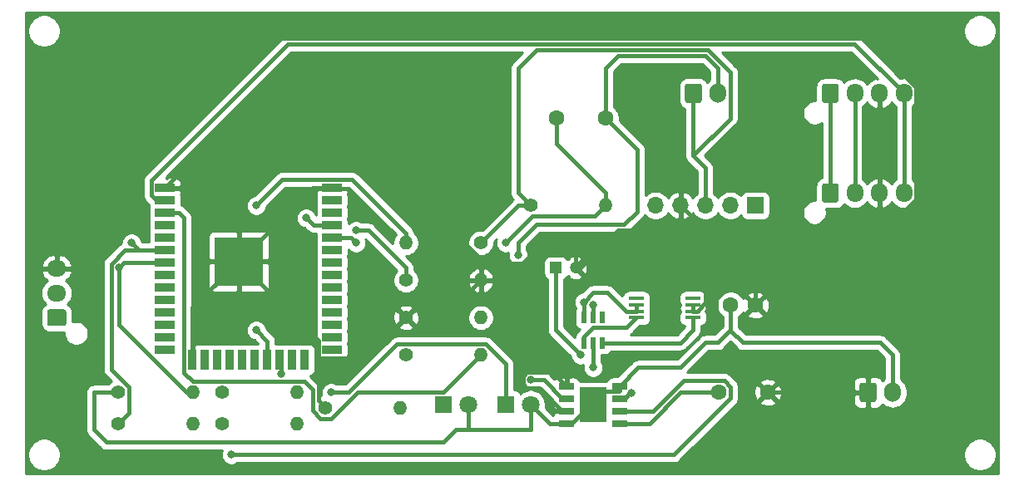
<source format=gbr>
G04 #@! TF.GenerationSoftware,KiCad,Pcbnew,(5.1.10)-1*
G04 #@! TF.CreationDate,2021-07-17T12:22:57+02:00*
G04 #@! TF.ProjectId,BCPEHUB1,42435045-4855-4423-912e-6b696361645f,rev?*
G04 #@! TF.SameCoordinates,Original*
G04 #@! TF.FileFunction,Copper,L1,Top*
G04 #@! TF.FilePolarity,Positive*
%FSLAX46Y46*%
G04 Gerber Fmt 4.6, Leading zero omitted, Abs format (unit mm)*
G04 Created by KiCad (PCBNEW (5.1.10)-1) date 2021-07-17 12:22:57*
%MOMM*%
%LPD*%
G01*
G04 APERTURE LIST*
G04 #@! TA.AperFunction,ComponentPad*
%ADD10O,1.700000X1.950000*%
G04 #@! TD*
G04 #@! TA.AperFunction,ComponentPad*
%ADD11O,1.950000X1.700000*%
G04 #@! TD*
G04 #@! TA.AperFunction,SMDPad,CuDef*
%ADD12R,2.700000X3.600000*%
G04 #@! TD*
G04 #@! TA.AperFunction,SMDPad,CuDef*
%ADD13R,1.500000X0.650000*%
G04 #@! TD*
G04 #@! TA.AperFunction,SMDPad,CuDef*
%ADD14R,2.000000X0.900000*%
G04 #@! TD*
G04 #@! TA.AperFunction,SMDPad,CuDef*
%ADD15R,0.900000X2.000000*%
G04 #@! TD*
G04 #@! TA.AperFunction,SMDPad,CuDef*
%ADD16R,5.000000X5.000000*%
G04 #@! TD*
G04 #@! TA.AperFunction,SMDPad,CuDef*
%ADD17R,1.560000X0.400000*%
G04 #@! TD*
G04 #@! TA.AperFunction,SMDPad,CuDef*
%ADD18R,0.550000X1.200000*%
G04 #@! TD*
G04 #@! TA.AperFunction,ComponentPad*
%ADD19O,1.400000X1.400000*%
G04 #@! TD*
G04 #@! TA.AperFunction,ComponentPad*
%ADD20C,1.400000*%
G04 #@! TD*
G04 #@! TA.AperFunction,ComponentPad*
%ADD21O,1.700000X1.700000*%
G04 #@! TD*
G04 #@! TA.AperFunction,ComponentPad*
%ADD22R,1.700000X1.700000*%
G04 #@! TD*
G04 #@! TA.AperFunction,ComponentPad*
%ADD23O,1.700000X2.000000*%
G04 #@! TD*
G04 #@! TA.AperFunction,ComponentPad*
%ADD24C,1.800000*%
G04 #@! TD*
G04 #@! TA.AperFunction,ComponentPad*
%ADD25R,1.800000X1.800000*%
G04 #@! TD*
G04 #@! TA.AperFunction,ComponentPad*
%ADD26C,1.600000*%
G04 #@! TD*
G04 #@! TA.AperFunction,ComponentPad*
%ADD27C,1.200000*%
G04 #@! TD*
G04 #@! TA.AperFunction,ComponentPad*
%ADD28R,1.200000X1.200000*%
G04 #@! TD*
G04 #@! TA.AperFunction,ViaPad*
%ADD29C,0.800000*%
G04 #@! TD*
G04 #@! TA.AperFunction,Conductor*
%ADD30C,0.406000*%
G04 #@! TD*
G04 #@! TA.AperFunction,Conductor*
%ADD31C,0.254000*%
G04 #@! TD*
G04 #@! TA.AperFunction,Conductor*
%ADD32C,0.100000*%
G04 #@! TD*
G04 APERTURE END LIST*
D10*
G04 #@! TO.P,J11,4*
G04 #@! TO.N,3\u002C3V+*
X187840000Y-93980000D03*
G04 #@! TO.P,J11,3*
G04 #@! TO.N,GND*
X185340000Y-93980000D03*
G04 #@! TO.P,J11,2*
G04 #@! TO.N,Net-(J11-Pad2)*
X182840000Y-93980000D03*
G04 #@! TO.P,J11,1*
G04 #@! TO.N,Net-(J11-Pad1)*
G04 #@! TA.AperFunction,ComponentPad*
G36*
G01*
X179490000Y-94705000D02*
X179490000Y-93255000D01*
G75*
G02*
X179740000Y-93005000I250000J0D01*
G01*
X180940000Y-93005000D01*
G75*
G02*
X181190000Y-93255000I0J-250000D01*
G01*
X181190000Y-94705000D01*
G75*
G02*
X180940000Y-94955000I-250000J0D01*
G01*
X179740000Y-94955000D01*
G75*
G02*
X179490000Y-94705000I0J250000D01*
G01*
G37*
G04 #@! TD.AperFunction*
G04 #@! TD*
G04 #@! TO.P,J13,4*
G04 #@! TO.N,3\u002C3V+*
X187840000Y-83820000D03*
G04 #@! TO.P,J13,3*
G04 #@! TO.N,GND*
X185340000Y-83820000D03*
G04 #@! TO.P,J13,2*
G04 #@! TO.N,Net-(J11-Pad2)*
X182840000Y-83820000D03*
G04 #@! TO.P,J13,1*
G04 #@! TO.N,Net-(J11-Pad1)*
G04 #@! TA.AperFunction,ComponentPad*
G36*
G01*
X179490000Y-84545000D02*
X179490000Y-83095000D01*
G75*
G02*
X179740000Y-82845000I250000J0D01*
G01*
X180940000Y-82845000D01*
G75*
G02*
X181190000Y-83095000I0J-250000D01*
G01*
X181190000Y-84545000D01*
G75*
G02*
X180940000Y-84795000I-250000J0D01*
G01*
X179740000Y-84795000D01*
G75*
G02*
X179490000Y-84545000I0J250000D01*
G01*
G37*
G04 #@! TD.AperFunction*
G04 #@! TD*
D11*
G04 #@! TO.P,J20,3*
G04 #@! TO.N,GND*
X101600000Y-101680000D03*
G04 #@! TO.P,J20,2*
G04 #@! TO.N,Net-(J20-Pad2)*
X101600000Y-104180000D03*
G04 #@! TO.P,J20,1*
G04 #@! TO.N,Net-(J20-Pad1)*
G04 #@! TA.AperFunction,ComponentPad*
G36*
G01*
X102325000Y-107530000D02*
X100875000Y-107530000D01*
G75*
G02*
X100625000Y-107280000I0J250000D01*
G01*
X100625000Y-106080000D01*
G75*
G02*
X100875000Y-105830000I250000J0D01*
G01*
X102325000Y-105830000D01*
G75*
G02*
X102575000Y-106080000I0J-250000D01*
G01*
X102575000Y-107280000D01*
G75*
G02*
X102325000Y-107530000I-250000J0D01*
G01*
G37*
G04 #@! TD.AperFunction*
G04 #@! TD*
D12*
G04 #@! TO.P,U1,9*
G04 #@! TO.N,SOL+*
X156210000Y-115570000D03*
D13*
G04 #@! TO.P,U1,8*
X158910000Y-113665000D03*
G04 #@! TO.P,U1,7*
G04 #@! TO.N,Net-(R5-Pad1)*
X158910000Y-114935000D03*
G04 #@! TO.P,U1,6*
G04 #@! TO.N,Net-(R6-Pad1)*
X158910000Y-116205000D03*
G04 #@! TO.P,U1,5*
G04 #@! TO.N,BAT+*
X158910000Y-117475000D03*
G04 #@! TO.P,U1,4*
G04 #@! TO.N,SOL+*
X153510000Y-117475000D03*
G04 #@! TO.P,U1,3*
G04 #@! TO.N,GND*
X153510000Y-116205000D03*
G04 #@! TO.P,U1,2*
G04 #@! TO.N,Net-(R7-Pad2)*
X153510000Y-114935000D03*
G04 #@! TO.P,U1,1*
G04 #@! TO.N,GND*
X153510000Y-113665000D03*
G04 #@! TD*
D14*
G04 #@! TO.P,U4,38*
G04 #@! TO.N,GND*
X129645199Y-93455000D03*
G04 #@! TO.P,U4,37*
G04 #@! TO.N,Net-(U4-Pad37)*
X129645199Y-94725000D03*
G04 #@! TO.P,U4,36*
G04 #@! TO.N,Net-(U4-Pad36)*
X129645199Y-95995000D03*
G04 #@! TO.P,U4,35*
G04 #@! TO.N,Net-(J20-Pad1)*
X129645199Y-97265000D03*
G04 #@! TO.P,U4,34*
G04 #@! TO.N,Net-(J20-Pad2)*
X129645199Y-98535000D03*
G04 #@! TO.P,U4,33*
G04 #@! TO.N,Net-(U4-Pad33)*
X129645199Y-99805000D03*
G04 #@! TO.P,U4,32*
G04 #@! TO.N,Net-(U4-Pad32)*
X129645199Y-101075000D03*
G04 #@! TO.P,U4,31*
G04 #@! TO.N,Net-(U4-Pad31)*
X129645199Y-102345000D03*
G04 #@! TO.P,U4,30*
G04 #@! TO.N,Net-(U4-Pad30)*
X129645199Y-103615000D03*
G04 #@! TO.P,U4,29*
G04 #@! TO.N,Net-(U4-Pad29)*
X129645199Y-104885000D03*
G04 #@! TO.P,U4,28*
G04 #@! TO.N,Net-(U4-Pad28)*
X129645199Y-106155000D03*
G04 #@! TO.P,U4,27*
G04 #@! TO.N,Net-(U4-Pad27)*
X129645199Y-107425000D03*
G04 #@! TO.P,U4,26*
G04 #@! TO.N,Net-(U4-Pad26)*
X129645199Y-108695000D03*
G04 #@! TO.P,U4,25*
G04 #@! TO.N,Net-(U4-Pad25)*
X129645199Y-109965000D03*
D15*
G04 #@! TO.P,U4,24*
G04 #@! TO.N,Net-(U4-Pad24)*
X126860199Y-110965000D03*
G04 #@! TO.P,U4,23*
G04 #@! TO.N,Net-(U4-Pad23)*
X125590199Y-110965000D03*
G04 #@! TO.P,U4,22*
G04 #@! TO.N,Net-(J11-Pad2)*
X124320199Y-110965000D03*
G04 #@! TO.P,U4,21*
G04 #@! TO.N,Net-(J11-Pad1)*
X123050199Y-110965000D03*
G04 #@! TO.P,U4,20*
G04 #@! TO.N,Net-(U4-Pad20)*
X121780199Y-110965000D03*
G04 #@! TO.P,U4,19*
G04 #@! TO.N,Net-(U4-Pad19)*
X120510199Y-110965000D03*
G04 #@! TO.P,U4,18*
G04 #@! TO.N,Net-(U4-Pad18)*
X119240199Y-110965000D03*
G04 #@! TO.P,U4,17*
G04 #@! TO.N,Net-(U4-Pad17)*
X117970199Y-110965000D03*
G04 #@! TO.P,U4,16*
G04 #@! TO.N,Net-(U4-Pad16)*
X116700199Y-110965000D03*
G04 #@! TO.P,U4,15*
G04 #@! TO.N,GND*
X115430199Y-110965000D03*
D14*
G04 #@! TO.P,U4,14*
G04 #@! TO.N,Net-(U4-Pad14)*
X112645199Y-109965000D03*
G04 #@! TO.P,U4,13*
G04 #@! TO.N,Net-(U4-Pad13)*
X112645199Y-108695000D03*
G04 #@! TO.P,U4,12*
G04 #@! TO.N,Net-(U4-Pad12)*
X112645199Y-107425000D03*
G04 #@! TO.P,U4,11*
G04 #@! TO.N,Net-(U4-Pad11)*
X112645199Y-106155000D03*
G04 #@! TO.P,U4,10*
G04 #@! TO.N,Net-(U4-Pad10)*
X112645199Y-104885000D03*
G04 #@! TO.P,U4,9*
G04 #@! TO.N,Net-(U4-Pad9)*
X112645199Y-103615000D03*
G04 #@! TO.P,U4,8*
G04 #@! TO.N,Net-(U4-Pad8)*
X112645199Y-102345000D03*
G04 #@! TO.P,U4,7*
G04 #@! TO.N,Net-(R3-Pad2)*
X112645199Y-101075000D03*
G04 #@! TO.P,U4,6*
G04 #@! TO.N,Net-(R1-Pad2)*
X112645199Y-99805000D03*
G04 #@! TO.P,U4,5*
G04 #@! TO.N,Net-(U4-Pad5)*
X112645199Y-98535000D03*
G04 #@! TO.P,U4,4*
G04 #@! TO.N,Net-(U4-Pad4)*
X112645199Y-97265000D03*
G04 #@! TO.P,U4,3*
G04 #@! TO.N,Net-(C1-Pad1)*
X112645199Y-95995000D03*
G04 #@! TO.P,U4,2*
G04 #@! TO.N,3\u002C3V+*
X112645199Y-94725000D03*
G04 #@! TO.P,U4,1*
G04 #@! TO.N,GND*
X112645199Y-93455000D03*
D16*
G04 #@! TO.P,U4,39*
X120145199Y-100955000D03*
G04 #@! TD*
D17*
G04 #@! TO.P,U3,8*
G04 #@! TO.N,Net-(U3-Pad8)*
X166370000Y-104730000D03*
G04 #@! TO.P,U3,7*
G04 #@! TO.N,GND*
X166370000Y-105380000D03*
G04 #@! TO.P,U3,6*
X166370000Y-106030000D03*
G04 #@! TO.P,U3,5*
G04 #@! TO.N,Net-(U2-Pad3)*
X166370000Y-106680000D03*
G04 #@! TO.P,U3,4*
G04 #@! TO.N,Net-(U2-Pad1)*
X160610000Y-106680000D03*
G04 #@! TO.P,U3,3*
G04 #@! TO.N,BAT-*
X160610000Y-106030000D03*
G04 #@! TO.P,U3,2*
X160610000Y-105380000D03*
G04 #@! TO.P,U3,1*
G04 #@! TO.N,Net-(U3-Pad1)*
X160610000Y-104730000D03*
G04 #@! TD*
D18*
G04 #@! TO.P,U2,5*
G04 #@! TO.N,Net-(C4-Pad1)*
X156210000Y-106650000D03*
G04 #@! TO.P,U2,6*
G04 #@! TO.N,BAT-*
X155260000Y-106650000D03*
G04 #@! TO.P,U2,4*
G04 #@! TO.N,Net-(U2-Pad4)*
X157160000Y-106650000D03*
G04 #@! TO.P,U2,3*
G04 #@! TO.N,Net-(U2-Pad3)*
X157160000Y-109250000D03*
G04 #@! TO.P,U2,2*
G04 #@! TO.N,Net-(R8-Pad2)*
X156210000Y-109250000D03*
G04 #@! TO.P,U2,1*
G04 #@! TO.N,Net-(U2-Pad1)*
X155260000Y-109250000D03*
G04 #@! TD*
D19*
G04 #@! TO.P,R15,2*
G04 #@! TO.N,Net-(C1-Pad1)*
X144780000Y-110490000D03*
D20*
G04 #@! TO.P,R15,1*
G04 #@! TO.N,3\u002C3V+*
X137160000Y-110490000D03*
G04 #@! TD*
D19*
G04 #@! TO.P,R9,2*
G04 #@! TO.N,Net-(C4-Pad1)*
X157480000Y-95250000D03*
D20*
G04 #@! TO.P,R9,1*
G04 #@! TO.N,BAT+*
X149860000Y-95250000D03*
G04 #@! TD*
D19*
G04 #@! TO.P,R8,2*
G04 #@! TO.N,Net-(R8-Pad2)*
X144780000Y-106680000D03*
D20*
G04 #@! TO.P,R8,1*
G04 #@! TO.N,GND*
X137160000Y-106680000D03*
G04 #@! TD*
D19*
G04 #@! TO.P,R7,2*
G04 #@! TO.N,Net-(R7-Pad2)*
X136605199Y-115860000D03*
D20*
G04 #@! TO.P,R7,1*
G04 #@! TO.N,GND*
X128985199Y-115860000D03*
G04 #@! TD*
D19*
G04 #@! TO.P,R6,2*
G04 #@! TO.N,Net-(D2-Pad1)*
X126035199Y-117460000D03*
D20*
G04 #@! TO.P,R6,1*
G04 #@! TO.N,Net-(R6-Pad1)*
X118415199Y-117460000D03*
G04 #@! TD*
D19*
G04 #@! TO.P,R5,2*
G04 #@! TO.N,Net-(D1-Pad1)*
X126035199Y-114310000D03*
D20*
G04 #@! TO.P,R5,1*
G04 #@! TO.N,Net-(R5-Pad1)*
X118415199Y-114310000D03*
G04 #@! TD*
D19*
G04 #@! TO.P,R4,2*
G04 #@! TO.N,GND*
X144780000Y-102870000D03*
D20*
G04 #@! TO.P,R4,1*
G04 #@! TO.N,Net-(R3-Pad2)*
X137160000Y-102870000D03*
G04 #@! TD*
D19*
G04 #@! TO.P,R3,2*
G04 #@! TO.N,Net-(R3-Pad2)*
X115465199Y-114300000D03*
D20*
G04 #@! TO.P,R3,1*
G04 #@! TO.N,SOL+*
X107845199Y-114300000D03*
G04 #@! TD*
D19*
G04 #@! TO.P,R2,2*
G04 #@! TO.N,BAT-*
X115465199Y-117460000D03*
D20*
G04 #@! TO.P,R2,1*
G04 #@! TO.N,Net-(R1-Pad2)*
X107845199Y-117460000D03*
G04 #@! TD*
D19*
G04 #@! TO.P,R1,2*
G04 #@! TO.N,Net-(R1-Pad2)*
X137160000Y-99060000D03*
D20*
G04 #@! TO.P,R1,1*
G04 #@! TO.N,BAT+*
X144780000Y-99060000D03*
G04 #@! TD*
D21*
G04 #@! TO.P,J10,5*
G04 #@! TO.N,3\u002C3V+*
X162560000Y-95250000D03*
G04 #@! TO.P,J10,4*
G04 #@! TO.N,GND*
X165100000Y-95250000D03*
G04 #@! TO.P,J10,3*
G04 #@! TO.N,BAT+*
X167640000Y-95250000D03*
G04 #@! TO.P,J10,2*
G04 #@! TO.N,Net-(J10-Pad2)*
X170180000Y-95250000D03*
D22*
G04 #@! TO.P,J10,1*
G04 #@! TO.N,Net-(J10-Pad1)*
X172720000Y-95250000D03*
G04 #@! TD*
D23*
G04 #@! TO.P,J4,2*
G04 #@! TO.N,BAT-*
X168910000Y-83820000D03*
G04 #@! TO.P,J4,1*
G04 #@! TO.N,BAT+*
G04 #@! TA.AperFunction,ComponentPad*
G36*
G01*
X165560000Y-84570000D02*
X165560000Y-83070000D01*
G75*
G02*
X165810000Y-82820000I250000J0D01*
G01*
X167010000Y-82820000D01*
G75*
G02*
X167260000Y-83070000I0J-250000D01*
G01*
X167260000Y-84570000D01*
G75*
G02*
X167010000Y-84820000I-250000J0D01*
G01*
X165810000Y-84820000D01*
G75*
G02*
X165560000Y-84570000I0J250000D01*
G01*
G37*
G04 #@! TD.AperFunction*
G04 #@! TD*
G04 #@! TO.P,J1,2*
G04 #@! TO.N,SOL+*
X186690000Y-114300000D03*
G04 #@! TO.P,J1,1*
G04 #@! TO.N,GND*
G04 #@! TA.AperFunction,ComponentPad*
G36*
G01*
X183340000Y-115050000D02*
X183340000Y-113550000D01*
G75*
G02*
X183590000Y-113300000I250000J0D01*
G01*
X184790000Y-113300000D01*
G75*
G02*
X185040000Y-113550000I0J-250000D01*
G01*
X185040000Y-115050000D01*
G75*
G02*
X184790000Y-115300000I-250000J0D01*
G01*
X183590000Y-115300000D01*
G75*
G02*
X183340000Y-115050000I0J250000D01*
G01*
G37*
G04 #@! TD.AperFunction*
G04 #@! TD*
D24*
G04 #@! TO.P,D2,2*
G04 #@! TO.N,SOL+*
X143510000Y-115570000D03*
D25*
G04 #@! TO.P,D2,1*
G04 #@! TO.N,Net-(D2-Pad1)*
X140970000Y-115570000D03*
G04 #@! TD*
D24*
G04 #@! TO.P,D1,2*
G04 #@! TO.N,SOL+*
X149860000Y-115570000D03*
D25*
G04 #@! TO.P,D1,1*
G04 #@! TO.N,Net-(D1-Pad1)*
X147320000Y-115570000D03*
G04 #@! TD*
D26*
G04 #@! TO.P,C4,2*
G04 #@! TO.N,BAT-*
X157480000Y-86360000D03*
G04 #@! TO.P,C4,1*
G04 #@! TO.N,Net-(C4-Pad1)*
X152480000Y-86360000D03*
G04 #@! TD*
G04 #@! TO.P,C3,2*
G04 #@! TO.N,GND*
X173990000Y-114300000D03*
G04 #@! TO.P,C3,1*
G04 #@! TO.N,BAT+*
X168990000Y-114300000D03*
G04 #@! TD*
G04 #@! TO.P,C2,2*
G04 #@! TO.N,GND*
X172720000Y-105410000D03*
G04 #@! TO.P,C2,1*
G04 #@! TO.N,SOL+*
X170220000Y-105410000D03*
G04 #@! TD*
D27*
G04 #@! TO.P,C1,2*
G04 #@! TO.N,GND*
X154400000Y-101600000D03*
D28*
G04 #@! TO.P,C1,1*
G04 #@! TO.N,Net-(C1-Pad1)*
X152400000Y-101600000D03*
G04 #@! TD*
D29*
G04 #@! TO.N,GND*
X109220000Y-96520000D03*
G04 #@! TO.N,Net-(C1-Pad1)*
X154940000Y-110490000D03*
G04 #@! TO.N,BAT-*
X148590000Y-100330000D03*
X155260000Y-105090000D03*
G04 #@! TO.N,Net-(C4-Pad1)*
X147320000Y-99060000D03*
X156210000Y-105410000D03*
G04 #@! TO.N,Net-(D1-Pad1)*
X129540000Y-114300000D03*
G04 #@! TO.N,Net-(J11-Pad2)*
X124460000Y-112393999D03*
G04 #@! TO.N,Net-(J11-Pad1)*
X121920000Y-107950000D03*
G04 #@! TO.N,Net-(R1-Pad2)*
X121920000Y-95250000D03*
X109220000Y-99060000D03*
G04 #@! TO.N,Net-(R3-Pad2)*
X132080000Y-97790000D03*
X107950000Y-101600000D03*
G04 #@! TO.N,Net-(R5-Pad1)*
X160114663Y-114381515D03*
G04 #@! TO.N,Net-(R6-Pad1)*
X119380000Y-120650000D03*
G04 #@! TO.N,Net-(R7-Pad2)*
X149860000Y-113030000D03*
G04 #@! TO.N,Net-(R8-Pad2)*
X156210000Y-111760000D03*
G04 #@! TO.N,Net-(J20-Pad2)*
X132080000Y-99060000D03*
G04 #@! TO.N,Net-(J20-Pad1)*
X127000000Y-96520000D03*
G04 #@! TD*
D30*
G04 #@! TO.N,GND*
X184190000Y-114300000D02*
X184150000Y-114300000D01*
X184150000Y-114300000D02*
X173990000Y-114300000D01*
X175260000Y-107950000D02*
X172720000Y-105410000D01*
X189230000Y-107950000D02*
X175260000Y-107950000D01*
X191770000Y-110490000D02*
X189230000Y-107950000D01*
X190500000Y-116840000D02*
X191770000Y-115570000D01*
X191770000Y-115570000D02*
X191770000Y-110490000D01*
X184230000Y-116840000D02*
X190500000Y-116840000D01*
X184190000Y-116800000D02*
X184230000Y-116840000D01*
X184190000Y-114300000D02*
X184190000Y-116800000D01*
X185340000Y-93980000D02*
X185340000Y-107870000D01*
X185340000Y-93980000D02*
X185340000Y-83820000D01*
X172720000Y-104140000D02*
X172720000Y-105410000D01*
X171450000Y-102870000D02*
X172720000Y-104140000D01*
X167640000Y-102870000D02*
X171450000Y-102870000D01*
X167640000Y-97790000D02*
X165100000Y-95250000D01*
X167640000Y-102870000D02*
X167640000Y-97790000D01*
X165100000Y-95250000D02*
X165100000Y-96520000D01*
X165100000Y-96520000D02*
X163830000Y-97790000D01*
X163830000Y-97790000D02*
X158750000Y-97790000D01*
X154940000Y-101600000D02*
X154400000Y-101600000D01*
X158750000Y-97790000D02*
X154940000Y-101600000D01*
X154400000Y-101600000D02*
X154400000Y-99790000D01*
X154400000Y-99790000D02*
X153670000Y-99060000D01*
X153670000Y-99060000D02*
X152400000Y-99060000D01*
X148590000Y-102870000D02*
X144780000Y-102870000D01*
X152400000Y-99060000D02*
X148590000Y-102870000D01*
X138430000Y-105410000D02*
X137160000Y-106680000D01*
X142240000Y-105410000D02*
X138430000Y-105410000D01*
X144780000Y-102870000D02*
X142240000Y-105410000D01*
X133021999Y-110818001D02*
X128322798Y-110818001D01*
X137160000Y-106680000D02*
X133021999Y-110818001D01*
X127645199Y-93455000D02*
X129645199Y-93455000D01*
X120145199Y-100955000D02*
X127645199Y-93455000D01*
X115551199Y-93455000D02*
X112645199Y-93455000D01*
X120145199Y-98049000D02*
X115551199Y-93455000D01*
X120145199Y-100955000D02*
X120145199Y-98049000D01*
X115430199Y-105670000D02*
X115430199Y-110965000D01*
X120145199Y-100955000D02*
X115430199Y-105670000D01*
X128242198Y-110737401D02*
X128322798Y-110818001D01*
X120145199Y-100955000D02*
X128242198Y-109051999D01*
X128985199Y-115860000D02*
X128242198Y-115116999D01*
X128242198Y-110517802D02*
X128242198Y-110737401D01*
X128242198Y-115116999D02*
X128242198Y-110517802D01*
X128242198Y-109051999D02*
X128242198Y-110517802D01*
X153510000Y-113665000D02*
X153085000Y-113665000D01*
X153510000Y-113665000D02*
X153510000Y-111600000D01*
X153510000Y-111600000D02*
X148590000Y-106680000D01*
X148590000Y-106680000D02*
X148590000Y-102870000D01*
X152979598Y-116205000D02*
X153510000Y-116205000D01*
X153085000Y-116205000D02*
X153510000Y-116205000D01*
X150713001Y-113833001D02*
X153085000Y-116205000D01*
X149474559Y-113833001D02*
X150713001Y-113833001D01*
X149056999Y-113415441D02*
X149474559Y-113833001D01*
X149474559Y-112226999D02*
X149056999Y-112644559D01*
X149056999Y-112644559D02*
X149056999Y-113415441D01*
X152071999Y-112226999D02*
X149474559Y-112226999D01*
X153510000Y-113665000D02*
X152071999Y-112226999D01*
X167640000Y-105165402D02*
X167640000Y-102870000D01*
X166775402Y-106030000D02*
X167640000Y-105165402D01*
X166370000Y-106030000D02*
X166775402Y-106030000D01*
X166370000Y-105380000D02*
X166370000Y-106030000D01*
X148975441Y-101133001D02*
X145220559Y-101133001D01*
X150163883Y-99944559D02*
X148975441Y-101133001D01*
X145220559Y-101133001D02*
X125377833Y-81290275D01*
X183772464Y-99944559D02*
X150163883Y-99944559D01*
X189093010Y-94624013D02*
X183772464Y-99944559D01*
X189093010Y-83175987D02*
X189093010Y-94624013D01*
X125377833Y-81290275D02*
X124809924Y-81290275D01*
X184108993Y-78191970D02*
X189093010Y-83175987D01*
X120008030Y-78191970D02*
X184108993Y-78191970D01*
X124809924Y-81290275D02*
X112645199Y-93455000D01*
X101600000Y-101680000D02*
X104060000Y-101680000D01*
X104060000Y-101680000D02*
X109220000Y-96520000D01*
G04 #@! TO.N,Net-(C1-Pad1)*
X132210642Y-114266999D02*
X141003001Y-114266999D01*
X127636188Y-116143431D02*
X128455758Y-116963001D01*
X127636188Y-114029587D02*
X127636188Y-116143431D01*
X126803601Y-113197000D02*
X127636188Y-114029587D01*
X129514640Y-116963001D02*
X132210642Y-114266999D01*
X115486797Y-113197000D02*
X126803601Y-113197000D01*
X114577198Y-112287401D02*
X115486797Y-113197000D01*
X141003001Y-114266999D02*
X144780000Y-110490000D01*
X128455758Y-116963001D02*
X129514640Y-116963001D01*
X114577198Y-96520999D02*
X114577198Y-112287401D01*
X114051199Y-95995000D02*
X114577198Y-96520999D01*
X112645199Y-95995000D02*
X114051199Y-95995000D01*
X152400000Y-107950000D02*
X154940000Y-110490000D01*
X152400000Y-101600000D02*
X152400000Y-107950000D01*
G04 #@! TO.N,SOL+*
X186690000Y-114300000D02*
X186690000Y-110490000D01*
X186690000Y-110490000D02*
X185420000Y-109220000D01*
X185420000Y-109220000D02*
X171450000Y-109220000D01*
X170220000Y-107990000D02*
X170220000Y-105410000D01*
X171450000Y-109220000D02*
X170220000Y-107990000D01*
X170220000Y-105410000D02*
X170220000Y-107910000D01*
X170220000Y-107910000D02*
X168910000Y-109220000D01*
X168910000Y-109220000D02*
X167640000Y-109220000D01*
X167640000Y-109220000D02*
X165100000Y-111760000D01*
X160815000Y-111760000D02*
X158910000Y-113665000D01*
X165100000Y-111760000D02*
X160815000Y-111760000D01*
X158910000Y-114140000D02*
X158843001Y-114206999D01*
X158910000Y-113665000D02*
X158910000Y-114140000D01*
X154040402Y-117475000D02*
X153510000Y-117475000D01*
X157308403Y-114206999D02*
X154040402Y-117475000D01*
X158843001Y-114206999D02*
X157308403Y-114206999D01*
X151765000Y-117475000D02*
X149860000Y-115570000D01*
X153510000Y-117475000D02*
X151765000Y-117475000D01*
X149860000Y-115570000D02*
X149860000Y-118110000D01*
X149860000Y-118110000D02*
X143510000Y-118110000D01*
X143510000Y-118110000D02*
X143510000Y-115570000D01*
X143510000Y-118110000D02*
X142240000Y-118110000D01*
X142240000Y-118110000D02*
X140970000Y-119380000D01*
X140970000Y-119380000D02*
X106680000Y-119380000D01*
X106680000Y-119380000D02*
X105410000Y-118110000D01*
X105410000Y-118110000D02*
X105410000Y-114300000D01*
X105410000Y-114300000D02*
X107845199Y-114300000D01*
G04 #@! TO.N,BAT+*
X166410000Y-83820000D02*
X166370000Y-83820000D01*
X166370000Y-83820000D02*
X166370000Y-90170000D01*
X166370000Y-90170000D02*
X167640000Y-91440000D01*
X167640000Y-91440000D02*
X167640000Y-95250000D01*
X161925000Y-117475000D02*
X158910000Y-117475000D01*
X165100000Y-114300000D02*
X161925000Y-117475000D01*
X168990000Y-114300000D02*
X165100000Y-114300000D01*
X167891017Y-79403990D02*
X150466010Y-79403990D01*
X170163010Y-81675983D02*
X167891017Y-79403990D01*
X170163010Y-86376990D02*
X170163010Y-81675983D01*
X166370000Y-90170000D02*
X170163010Y-86376990D01*
X150466010Y-79403990D02*
X148590000Y-81280000D01*
X148590000Y-93980000D02*
X149860000Y-95250000D01*
X148590000Y-81280000D02*
X148590000Y-93980000D01*
X148590000Y-95250000D02*
X144780000Y-99060000D01*
X149860000Y-95250000D02*
X148590000Y-95250000D01*
G04 #@! TO.N,BAT-*
X168910000Y-83820000D02*
X168910000Y-81280000D01*
X168910000Y-81280000D02*
X167640000Y-80010000D01*
X167640000Y-80010000D02*
X158750000Y-80010000D01*
X157480000Y-81280000D02*
X157480000Y-86360000D01*
X158750000Y-80010000D02*
X157480000Y-81280000D01*
X160610000Y-105380000D02*
X160610000Y-106030000D01*
X159554598Y-106030000D02*
X157664598Y-104140000D01*
X160610000Y-106030000D02*
X159554598Y-106030000D01*
X157664598Y-104140000D02*
X156210000Y-104140000D01*
X155260000Y-105090000D02*
X155260000Y-106650000D01*
X156210000Y-104140000D02*
X155260000Y-105090000D01*
X160683990Y-95856010D02*
X159356010Y-97183990D01*
X159356010Y-97183990D02*
X150466010Y-97183990D01*
X160683990Y-89563990D02*
X160683990Y-95856010D01*
X157480000Y-86360000D02*
X160683990Y-89563990D01*
X150466010Y-97183990D02*
X148590000Y-99060000D01*
X148590000Y-99060000D02*
X148590000Y-100330000D01*
G04 #@! TO.N,Net-(C4-Pad1)*
X157480000Y-95250000D02*
X157480000Y-93980000D01*
X152480000Y-88980000D02*
X152480000Y-86360000D01*
X157480000Y-93980000D02*
X152480000Y-88980000D01*
X150026999Y-96353001D02*
X147320000Y-99060000D01*
X156376999Y-96353001D02*
X150026999Y-96353001D01*
X157480000Y-95250000D02*
X156376999Y-96353001D01*
X156210000Y-105410000D02*
X156210000Y-106650000D01*
G04 #@! TO.N,Net-(D1-Pad1)*
X131320615Y-114300000D02*
X129540000Y-114300000D01*
X136233616Y-109386999D02*
X131320615Y-114300000D01*
X145309441Y-109386999D02*
X136233616Y-109386999D01*
X147320000Y-111397558D02*
X145309441Y-109386999D01*
X147320000Y-115570000D02*
X147320000Y-111397558D01*
G04 #@! TO.N,3\u002C3V+*
X187840000Y-83820000D02*
X187840000Y-93980000D01*
X182817980Y-78797980D02*
X187840000Y-83820000D01*
X125126817Y-78797980D02*
X182817980Y-78797980D01*
X111242198Y-94227401D02*
X111242198Y-92682599D01*
X111739797Y-94725000D02*
X111242198Y-94227401D01*
X111242198Y-92682599D02*
X125126817Y-78797980D01*
X112645199Y-94725000D02*
X111739797Y-94725000D01*
G04 #@! TO.N,Net-(J11-Pad2)*
X124460000Y-111104801D02*
X124320199Y-110965000D01*
X124460000Y-112393999D02*
X124460000Y-111104801D01*
X182840000Y-83820000D02*
X182840000Y-93980000D01*
G04 #@! TO.N,Net-(J11-Pad1)*
X123050199Y-110965000D02*
X123050199Y-109080199D01*
X123050199Y-109080199D02*
X121920000Y-107950000D01*
X180340000Y-83820000D02*
X180340000Y-93980000D01*
G04 #@! TO.N,Net-(R1-Pad2)*
X124568001Y-92601999D02*
X121920000Y-95250000D01*
X131691948Y-92601999D02*
X124568001Y-92601999D01*
X137160000Y-98070051D02*
X131691948Y-92601999D01*
X137160000Y-99060000D02*
X137160000Y-98070051D01*
X109965000Y-99805000D02*
X112645199Y-99805000D01*
X109220000Y-99060000D02*
X109965000Y-99805000D01*
X108948200Y-116356999D02*
X107845199Y-117460000D01*
X108948200Y-113770559D02*
X108948200Y-116356999D01*
X107146999Y-111969358D02*
X108948200Y-113770559D01*
X107146999Y-101214559D02*
X107146999Y-111969358D01*
X108556558Y-99805000D02*
X107146999Y-101214559D01*
X109965000Y-99805000D02*
X108556558Y-99805000D01*
G04 #@! TO.N,Net-(R3-Pad2)*
X137160000Y-102870000D02*
X137160000Y-101600000D01*
X133350000Y-97790000D02*
X132080000Y-97790000D01*
X137160000Y-101600000D02*
X133350000Y-97790000D01*
X108475000Y-101075000D02*
X112645199Y-101075000D01*
X107950000Y-101600000D02*
X108475000Y-101075000D01*
X114804797Y-114300000D02*
X115465199Y-114300000D01*
X107950000Y-107445203D02*
X114804797Y-114300000D01*
X107950000Y-101600000D02*
X107950000Y-107445203D01*
G04 #@! TO.N,Net-(R5-Pad1)*
X158910000Y-114935000D02*
X159385000Y-114935000D01*
X159938485Y-114381515D02*
X160114663Y-114381515D01*
X159385000Y-114935000D02*
X159938485Y-114381515D01*
G04 #@! TO.N,Net-(R6-Pad1)*
X170193001Y-113722559D02*
X170193001Y-114877441D01*
X169567441Y-113096999D02*
X170193001Y-113722559D01*
X164420442Y-120650000D02*
X119380000Y-120650000D01*
X170193001Y-114877441D02*
X164420442Y-120650000D01*
X165445974Y-113096999D02*
X169567441Y-113096999D01*
X162337973Y-116205000D02*
X165445974Y-113096999D01*
X158910000Y-116205000D02*
X162337973Y-116205000D01*
G04 #@! TO.N,Net-(R7-Pad2)*
X153085000Y-114935000D02*
X151180000Y-113030000D01*
X153510000Y-114935000D02*
X153085000Y-114935000D01*
X151180000Y-113030000D02*
X149860000Y-113030000D01*
G04 #@! TO.N,Net-(R8-Pad2)*
X156210000Y-109250000D02*
X156210000Y-111760000D01*
G04 #@! TO.N,Net-(U2-Pad3)*
X166370000Y-106680000D02*
X166370000Y-107950000D01*
X165070000Y-109250000D02*
X157160000Y-109250000D01*
X166370000Y-107950000D02*
X165070000Y-109250000D01*
G04 #@! TO.N,Net-(U2-Pad1)*
X156206597Y-107653001D02*
X159636999Y-107653001D01*
X159636999Y-107653001D02*
X160610000Y-106680000D01*
X155260000Y-108599598D02*
X156206597Y-107653001D01*
X155260000Y-109250000D02*
X155260000Y-108599598D01*
G04 #@! TO.N,Net-(J20-Pad2)*
X131555000Y-98535000D02*
X129645199Y-98535000D01*
X132080000Y-99060000D02*
X131555000Y-98535000D01*
G04 #@! TO.N,Net-(J20-Pad1)*
X127745000Y-97265000D02*
X129645199Y-97265000D01*
X127000000Y-96520000D02*
X127745000Y-97265000D01*
G04 #@! TD*
D31*
G04 #@! TO.N,GND*
X197460001Y-122530000D02*
X98450000Y-122530000D01*
X98450000Y-120484042D01*
X98645000Y-120484042D01*
X98645000Y-120815958D01*
X98709754Y-121141496D01*
X98836772Y-121448147D01*
X99021175Y-121724125D01*
X99255875Y-121958825D01*
X99531853Y-122143228D01*
X99838504Y-122270246D01*
X100164042Y-122335000D01*
X100495958Y-122335000D01*
X100821496Y-122270246D01*
X101128147Y-122143228D01*
X101404125Y-121958825D01*
X101638825Y-121724125D01*
X101823228Y-121448147D01*
X101950246Y-121141496D01*
X102015000Y-120815958D01*
X102015000Y-120484042D01*
X101950246Y-120158504D01*
X101823228Y-119851853D01*
X101638825Y-119575875D01*
X101404125Y-119341175D01*
X101128147Y-119156772D01*
X100821496Y-119029754D01*
X100495958Y-118965000D01*
X100164042Y-118965000D01*
X99838504Y-119029754D01*
X99531853Y-119156772D01*
X99255875Y-119341175D01*
X99021175Y-119575875D01*
X98836772Y-119851853D01*
X98709754Y-120158504D01*
X98645000Y-120484042D01*
X98450000Y-120484042D01*
X98450000Y-114300000D01*
X104567946Y-114300000D01*
X104572001Y-114341171D01*
X104572000Y-118068850D01*
X104567947Y-118110000D01*
X104572000Y-118151150D01*
X104572000Y-118151160D01*
X104584126Y-118274276D01*
X104632044Y-118432239D01*
X104709858Y-118577819D01*
X104814578Y-118705422D01*
X104846554Y-118731664D01*
X106058341Y-119943452D01*
X106084578Y-119975422D01*
X106212180Y-120080142D01*
X106357760Y-120157956D01*
X106515723Y-120205874D01*
X106638839Y-120218000D01*
X106638849Y-120218000D01*
X106679999Y-120222053D01*
X106721149Y-120218000D01*
X118438664Y-120218000D01*
X118384774Y-120348102D01*
X118345000Y-120548061D01*
X118345000Y-120751939D01*
X118384774Y-120951898D01*
X118462795Y-121140256D01*
X118576063Y-121309774D01*
X118720226Y-121453937D01*
X118889744Y-121567205D01*
X119078102Y-121645226D01*
X119278061Y-121685000D01*
X119481939Y-121685000D01*
X119681898Y-121645226D01*
X119870256Y-121567205D01*
X119988795Y-121488000D01*
X164379292Y-121488000D01*
X164420442Y-121492053D01*
X164461592Y-121488000D01*
X164461603Y-121488000D01*
X164584719Y-121475874D01*
X164742682Y-121427956D01*
X164888262Y-121350142D01*
X165015864Y-121245422D01*
X165042106Y-121213446D01*
X165771510Y-120484042D01*
X193895000Y-120484042D01*
X193895000Y-120815958D01*
X193959754Y-121141496D01*
X194086772Y-121448147D01*
X194271175Y-121724125D01*
X194505875Y-121958825D01*
X194781853Y-122143228D01*
X195088504Y-122270246D01*
X195414042Y-122335000D01*
X195745958Y-122335000D01*
X196071496Y-122270246D01*
X196378147Y-122143228D01*
X196654125Y-121958825D01*
X196888825Y-121724125D01*
X197073228Y-121448147D01*
X197200246Y-121141496D01*
X197265000Y-120815958D01*
X197265000Y-120484042D01*
X197200246Y-120158504D01*
X197073228Y-119851853D01*
X196888825Y-119575875D01*
X196654125Y-119341175D01*
X196378147Y-119156772D01*
X196071496Y-119029754D01*
X195745958Y-118965000D01*
X195414042Y-118965000D01*
X195088504Y-119029754D01*
X194781853Y-119156772D01*
X194505875Y-119341175D01*
X194271175Y-119575875D01*
X194086772Y-119851853D01*
X193959754Y-120158504D01*
X193895000Y-120484042D01*
X165771510Y-120484042D01*
X170756453Y-115499100D01*
X170788423Y-115472863D01*
X170834667Y-115416515D01*
X170893143Y-115345261D01*
X170898628Y-115335000D01*
X170921236Y-115292702D01*
X173176903Y-115292702D01*
X173248486Y-115536671D01*
X173503996Y-115657571D01*
X173778184Y-115726300D01*
X174060512Y-115740217D01*
X174340130Y-115698787D01*
X174606292Y-115603603D01*
X174731514Y-115536671D01*
X174800955Y-115300000D01*
X182701928Y-115300000D01*
X182714188Y-115424482D01*
X182750498Y-115544180D01*
X182809463Y-115654494D01*
X182888815Y-115751185D01*
X182985506Y-115830537D01*
X183095820Y-115889502D01*
X183215518Y-115925812D01*
X183340000Y-115938072D01*
X183904250Y-115935000D01*
X184063000Y-115776250D01*
X184063000Y-114427000D01*
X182863750Y-114427000D01*
X182705000Y-114585750D01*
X182701928Y-115300000D01*
X174800955Y-115300000D01*
X174803097Y-115292702D01*
X173990000Y-114479605D01*
X173176903Y-115292702D01*
X170921236Y-115292702D01*
X170970957Y-115199681D01*
X171018875Y-115041718D01*
X171031001Y-114918602D01*
X171031001Y-114918592D01*
X171035054Y-114877442D01*
X171031001Y-114836292D01*
X171031001Y-114370512D01*
X172549783Y-114370512D01*
X172591213Y-114650130D01*
X172686397Y-114916292D01*
X172753329Y-115041514D01*
X172997298Y-115113097D01*
X173810395Y-114300000D01*
X174169605Y-114300000D01*
X174982702Y-115113097D01*
X175226671Y-115041514D01*
X175347571Y-114786004D01*
X175416300Y-114511816D01*
X175430217Y-114229488D01*
X175388787Y-113949870D01*
X175293603Y-113683708D01*
X175226671Y-113558486D01*
X174982702Y-113486903D01*
X174169605Y-114300000D01*
X173810395Y-114300000D01*
X172997298Y-113486903D01*
X172753329Y-113558486D01*
X172632429Y-113813996D01*
X172563700Y-114088184D01*
X172549783Y-114370512D01*
X171031001Y-114370512D01*
X171031001Y-113763708D01*
X171035054Y-113722558D01*
X171031001Y-113681408D01*
X171031001Y-113681398D01*
X171018875Y-113558282D01*
X170970957Y-113400319D01*
X170927392Y-113318815D01*
X170921237Y-113307298D01*
X173176903Y-113307298D01*
X173990000Y-114120395D01*
X174803097Y-113307298D01*
X174800956Y-113300000D01*
X182701928Y-113300000D01*
X182705000Y-114014250D01*
X182863750Y-114173000D01*
X184063000Y-114173000D01*
X184063000Y-112823750D01*
X183904250Y-112665000D01*
X183340000Y-112661928D01*
X183215518Y-112674188D01*
X183095820Y-112710498D01*
X182985506Y-112769463D01*
X182888815Y-112848815D01*
X182809463Y-112945506D01*
X182750498Y-113055820D01*
X182714188Y-113175518D01*
X182701928Y-113300000D01*
X174800956Y-113300000D01*
X174731514Y-113063329D01*
X174476004Y-112942429D01*
X174201816Y-112873700D01*
X173919488Y-112859783D01*
X173639870Y-112901213D01*
X173373708Y-112996397D01*
X173248486Y-113063329D01*
X173176903Y-113307298D01*
X170921237Y-113307298D01*
X170893143Y-113254738D01*
X170814661Y-113159108D01*
X170814660Y-113159107D01*
X170788423Y-113127137D01*
X170756453Y-113100901D01*
X170189104Y-112533552D01*
X170162863Y-112501577D01*
X170035261Y-112396857D01*
X169889681Y-112319043D01*
X169731718Y-112271125D01*
X169608602Y-112258999D01*
X169608591Y-112258999D01*
X169567441Y-112254946D01*
X169526291Y-112258999D01*
X165786111Y-112258999D01*
X167987111Y-110058000D01*
X168868850Y-110058000D01*
X168910000Y-110062053D01*
X168951150Y-110058000D01*
X168951161Y-110058000D01*
X169074277Y-110045874D01*
X169232240Y-109997956D01*
X169377820Y-109920142D01*
X169505422Y-109815422D01*
X169531664Y-109783446D01*
X170180000Y-109135110D01*
X170828339Y-109783450D01*
X170854578Y-109815422D01*
X170886548Y-109841659D01*
X170886549Y-109841660D01*
X170982180Y-109920142D01*
X171127760Y-109997956D01*
X171285723Y-110045874D01*
X171450000Y-110062054D01*
X171491160Y-110058000D01*
X185072890Y-110058000D01*
X185852001Y-110837112D01*
X185852000Y-112916668D01*
X185640055Y-113090608D01*
X185629502Y-113055820D01*
X185570537Y-112945506D01*
X185491185Y-112848815D01*
X185394494Y-112769463D01*
X185284180Y-112710498D01*
X185164482Y-112674188D01*
X185040000Y-112661928D01*
X184475750Y-112665000D01*
X184317000Y-112823750D01*
X184317000Y-114173000D01*
X184337000Y-114173000D01*
X184337000Y-114427000D01*
X184317000Y-114427000D01*
X184317000Y-115776250D01*
X184475750Y-115935000D01*
X185040000Y-115938072D01*
X185164482Y-115925812D01*
X185284180Y-115889502D01*
X185394494Y-115830537D01*
X185491185Y-115751185D01*
X185570537Y-115654494D01*
X185629502Y-115544180D01*
X185640055Y-115509392D01*
X185860987Y-115690706D01*
X186118967Y-115828599D01*
X186398890Y-115913513D01*
X186690000Y-115942185D01*
X186981111Y-115913513D01*
X187261034Y-115828599D01*
X187519014Y-115690706D01*
X187745134Y-115505134D01*
X187930706Y-115279014D01*
X188068599Y-115021033D01*
X188153513Y-114741110D01*
X188175000Y-114522949D01*
X188175000Y-114077050D01*
X188153513Y-113858889D01*
X188068599Y-113578966D01*
X187930706Y-113320986D01*
X187745134Y-113094866D01*
X187528000Y-112916669D01*
X187528000Y-110531149D01*
X187532053Y-110489999D01*
X187528000Y-110448849D01*
X187528000Y-110448839D01*
X187515874Y-110325723D01*
X187467956Y-110167760D01*
X187390142Y-110022180D01*
X187285422Y-109894578D01*
X187253451Y-109868340D01*
X186041664Y-108656554D01*
X186015422Y-108624578D01*
X185887820Y-108519858D01*
X185742240Y-108442044D01*
X185584277Y-108394126D01*
X185461161Y-108382000D01*
X185461150Y-108382000D01*
X185420000Y-108377947D01*
X185378850Y-108382000D01*
X171797111Y-108382000D01*
X171058000Y-107642890D01*
X171058000Y-106575926D01*
X171134759Y-106524637D01*
X171256694Y-106402702D01*
X171906903Y-106402702D01*
X171978486Y-106646671D01*
X172233996Y-106767571D01*
X172508184Y-106836300D01*
X172790512Y-106850217D01*
X173070130Y-106808787D01*
X173336292Y-106713603D01*
X173461514Y-106646671D01*
X173533097Y-106402702D01*
X172720000Y-105589605D01*
X171906903Y-106402702D01*
X171256694Y-106402702D01*
X171334637Y-106324759D01*
X171468692Y-106124131D01*
X171483329Y-106151514D01*
X171727298Y-106223097D01*
X172540395Y-105410000D01*
X172899605Y-105410000D01*
X173712702Y-106223097D01*
X173956671Y-106151514D01*
X174077571Y-105896004D01*
X174146300Y-105621816D01*
X174160217Y-105339488D01*
X174118787Y-105059870D01*
X174023603Y-104793708D01*
X173956671Y-104668486D01*
X173712702Y-104596903D01*
X172899605Y-105410000D01*
X172540395Y-105410000D01*
X171727298Y-104596903D01*
X171483329Y-104668486D01*
X171469676Y-104697341D01*
X171334637Y-104495241D01*
X171256694Y-104417298D01*
X171906903Y-104417298D01*
X172720000Y-105230395D01*
X173533097Y-104417298D01*
X173461514Y-104173329D01*
X173206004Y-104052429D01*
X172931816Y-103983700D01*
X172649488Y-103969783D01*
X172369870Y-104011213D01*
X172103708Y-104106397D01*
X171978486Y-104173329D01*
X171906903Y-104417298D01*
X171256694Y-104417298D01*
X171134759Y-104295363D01*
X170899727Y-104138320D01*
X170638574Y-104030147D01*
X170361335Y-103975000D01*
X170078665Y-103975000D01*
X169801426Y-104030147D01*
X169540273Y-104138320D01*
X169305241Y-104295363D01*
X169105363Y-104495241D01*
X168948320Y-104730273D01*
X168840147Y-104991426D01*
X168785000Y-105268665D01*
X168785000Y-105551335D01*
X168840147Y-105828574D01*
X168948320Y-106089727D01*
X169105363Y-106324759D01*
X169305241Y-106524637D01*
X169382000Y-106575926D01*
X169382001Y-106667247D01*
X169382000Y-107562889D01*
X168562890Y-108382000D01*
X167681149Y-108382000D01*
X167639999Y-108377947D01*
X167598849Y-108382000D01*
X167598839Y-108382000D01*
X167475723Y-108394126D01*
X167317760Y-108442044D01*
X167275744Y-108464502D01*
X167172179Y-108519858D01*
X167092290Y-108585422D01*
X167044578Y-108624578D01*
X167018341Y-108656548D01*
X164752890Y-110922000D01*
X160856150Y-110922000D01*
X160815000Y-110917947D01*
X160773850Y-110922000D01*
X160773839Y-110922000D01*
X160650723Y-110934126D01*
X160492760Y-110982044D01*
X160347180Y-111059858D01*
X160219578Y-111164578D01*
X160193341Y-111196548D01*
X158687962Y-112701928D01*
X158160000Y-112701928D01*
X158035518Y-112714188D01*
X157915820Y-112750498D01*
X157805506Y-112809463D01*
X157708815Y-112888815D01*
X157629463Y-112985506D01*
X157570498Y-113095820D01*
X157559545Y-113131928D01*
X154860455Y-113131928D01*
X154849502Y-113095820D01*
X154790537Y-112985506D01*
X154711185Y-112888815D01*
X154614494Y-112809463D01*
X154504180Y-112750498D01*
X154384482Y-112714188D01*
X154260000Y-112701928D01*
X153795750Y-112705000D01*
X153637000Y-112863750D01*
X153637000Y-113538000D01*
X153657000Y-113538000D01*
X153657000Y-113792000D01*
X153637000Y-113792000D01*
X153637000Y-113812000D01*
X153383000Y-113812000D01*
X153383000Y-113792000D01*
X153363000Y-113792000D01*
X153363000Y-113538000D01*
X153383000Y-113538000D01*
X153383000Y-112863750D01*
X153224250Y-112705000D01*
X152760000Y-112701928D01*
X152635518Y-112714188D01*
X152515820Y-112750498D01*
X152405506Y-112809463D01*
X152308815Y-112888815D01*
X152270551Y-112935440D01*
X151801664Y-112466554D01*
X151775422Y-112434578D01*
X151647820Y-112329858D01*
X151502240Y-112252044D01*
X151344277Y-112204126D01*
X151221161Y-112192000D01*
X151221150Y-112192000D01*
X151180000Y-112187947D01*
X151138850Y-112192000D01*
X150468795Y-112192000D01*
X150350256Y-112112795D01*
X150161898Y-112034774D01*
X149961939Y-111995000D01*
X149758061Y-111995000D01*
X149558102Y-112034774D01*
X149369744Y-112112795D01*
X149200226Y-112226063D01*
X149056063Y-112370226D01*
X148942795Y-112539744D01*
X148864774Y-112728102D01*
X148825000Y-112928061D01*
X148825000Y-113131939D01*
X148864774Y-113331898D01*
X148942795Y-113520256D01*
X149056063Y-113689774D01*
X149200226Y-113833937D01*
X149369744Y-113947205D01*
X149558102Y-114025226D01*
X149658028Y-114045102D01*
X149412257Y-114093989D01*
X149132905Y-114209701D01*
X148881495Y-114377688D01*
X148815056Y-114444127D01*
X148809502Y-114425820D01*
X148750537Y-114315506D01*
X148671185Y-114218815D01*
X148574494Y-114139463D01*
X148464180Y-114080498D01*
X148344482Y-114044188D01*
X148220000Y-114031928D01*
X148158000Y-114031928D01*
X148158000Y-111438716D01*
X148162054Y-111397558D01*
X148157143Y-111347698D01*
X148145874Y-111233281D01*
X148097956Y-111075318D01*
X148020142Y-110929738D01*
X147915422Y-110802136D01*
X147883452Y-110775899D01*
X145931105Y-108823553D01*
X145904863Y-108791577D01*
X145777261Y-108686857D01*
X145631681Y-108609043D01*
X145473718Y-108561125D01*
X145350602Y-108548999D01*
X145350591Y-108548999D01*
X145309441Y-108544946D01*
X145268291Y-108548999D01*
X136274776Y-108548999D01*
X136233616Y-108544945D01*
X136192455Y-108548999D01*
X136069339Y-108561125D01*
X135911376Y-108609043D01*
X135765796Y-108686857D01*
X135684059Y-108753937D01*
X135638194Y-108791577D01*
X135611957Y-108823547D01*
X130973505Y-113462000D01*
X130148795Y-113462000D01*
X130030256Y-113382795D01*
X129841898Y-113304774D01*
X129641939Y-113265000D01*
X129438061Y-113265000D01*
X129238102Y-113304774D01*
X129049744Y-113382795D01*
X128880226Y-113496063D01*
X128736063Y-113640226D01*
X128622795Y-113809744D01*
X128544774Y-113998102D01*
X128505000Y-114198061D01*
X128505000Y-114401939D01*
X128544349Y-114599761D01*
X128474188Y-114625378D01*
X128474188Y-114070737D01*
X128478241Y-114029587D01*
X128474188Y-113988437D01*
X128474188Y-113988426D01*
X128462062Y-113865310D01*
X128414144Y-113707347D01*
X128336330Y-113561767D01*
X128301428Y-113519239D01*
X128257848Y-113466136D01*
X128257847Y-113466135D01*
X128231610Y-113434165D01*
X128199641Y-113407929D01*
X127425264Y-112633553D01*
X127399023Y-112601578D01*
X127391131Y-112595101D01*
X127434681Y-112590812D01*
X127554379Y-112554502D01*
X127664693Y-112495537D01*
X127761384Y-112416185D01*
X127840736Y-112319494D01*
X127899701Y-112209180D01*
X127936011Y-112089482D01*
X127948271Y-111965000D01*
X127948271Y-109965000D01*
X127936011Y-109840518D01*
X127899701Y-109720820D01*
X127840736Y-109610506D01*
X127761384Y-109513815D01*
X127664693Y-109434463D01*
X127554379Y-109375498D01*
X127434681Y-109339188D01*
X127310199Y-109326928D01*
X126410199Y-109326928D01*
X126285717Y-109339188D01*
X126225199Y-109357546D01*
X126164681Y-109339188D01*
X126040199Y-109326928D01*
X125140199Y-109326928D01*
X125015717Y-109339188D01*
X124955199Y-109357546D01*
X124894681Y-109339188D01*
X124770199Y-109326928D01*
X123888199Y-109326928D01*
X123888199Y-109121359D01*
X123892253Y-109080199D01*
X123876073Y-108915922D01*
X123828155Y-108757959D01*
X123750341Y-108612379D01*
X123671859Y-108516748D01*
X123671858Y-108516747D01*
X123645621Y-108484777D01*
X123613651Y-108458540D01*
X122943039Y-107787929D01*
X122915226Y-107648102D01*
X122837205Y-107459744D01*
X122723937Y-107290226D01*
X122579774Y-107146063D01*
X122410256Y-107032795D01*
X122221898Y-106954774D01*
X122021939Y-106915000D01*
X121818061Y-106915000D01*
X121618102Y-106954774D01*
X121429744Y-107032795D01*
X121260226Y-107146063D01*
X121116063Y-107290226D01*
X121002795Y-107459744D01*
X120924774Y-107648102D01*
X120885000Y-107848061D01*
X120885000Y-108051939D01*
X120924774Y-108251898D01*
X121002795Y-108440256D01*
X121116063Y-108609774D01*
X121260226Y-108753937D01*
X121429744Y-108867205D01*
X121618102Y-108945226D01*
X121757929Y-108973039D01*
X122111817Y-109326928D01*
X121330199Y-109326928D01*
X121205717Y-109339188D01*
X121145199Y-109357546D01*
X121084681Y-109339188D01*
X120960199Y-109326928D01*
X120060199Y-109326928D01*
X119935717Y-109339188D01*
X119875199Y-109357546D01*
X119814681Y-109339188D01*
X119690199Y-109326928D01*
X118790199Y-109326928D01*
X118665717Y-109339188D01*
X118605199Y-109357546D01*
X118544681Y-109339188D01*
X118420199Y-109326928D01*
X117520199Y-109326928D01*
X117395717Y-109339188D01*
X117335199Y-109357546D01*
X117274681Y-109339188D01*
X117150199Y-109326928D01*
X116250199Y-109326928D01*
X116125717Y-109339188D01*
X116065199Y-109357546D01*
X116004681Y-109339188D01*
X115880199Y-109326928D01*
X115715949Y-109330000D01*
X115557199Y-109488750D01*
X115557199Y-110838000D01*
X115577199Y-110838000D01*
X115577199Y-111092000D01*
X115557199Y-111092000D01*
X115557199Y-111112000D01*
X115415198Y-111112000D01*
X115415198Y-103455000D01*
X117007127Y-103455000D01*
X117019387Y-103579482D01*
X117055697Y-103699180D01*
X117114662Y-103809494D01*
X117194014Y-103906185D01*
X117290705Y-103985537D01*
X117401019Y-104044502D01*
X117520717Y-104080812D01*
X117645199Y-104093072D01*
X119859449Y-104090000D01*
X120018199Y-103931250D01*
X120018199Y-101082000D01*
X120272199Y-101082000D01*
X120272199Y-103931250D01*
X120430949Y-104090000D01*
X122645199Y-104093072D01*
X122769681Y-104080812D01*
X122889379Y-104044502D01*
X122999693Y-103985537D01*
X123096384Y-103906185D01*
X123175736Y-103809494D01*
X123234701Y-103699180D01*
X123271011Y-103579482D01*
X123283271Y-103455000D01*
X123280199Y-101240750D01*
X123121449Y-101082000D01*
X120272199Y-101082000D01*
X120018199Y-101082000D01*
X117168949Y-101082000D01*
X117010199Y-101240750D01*
X117007127Y-103455000D01*
X115415198Y-103455000D01*
X115415198Y-98455000D01*
X117007127Y-98455000D01*
X117010199Y-100669250D01*
X117168949Y-100828000D01*
X120018199Y-100828000D01*
X120018199Y-97978750D01*
X120272199Y-97978750D01*
X120272199Y-100828000D01*
X123121449Y-100828000D01*
X123280199Y-100669250D01*
X123283271Y-98455000D01*
X123271011Y-98330518D01*
X123234701Y-98210820D01*
X123175736Y-98100506D01*
X123096384Y-98003815D01*
X122999693Y-97924463D01*
X122889379Y-97865498D01*
X122769681Y-97829188D01*
X122645199Y-97816928D01*
X120430949Y-97820000D01*
X120272199Y-97978750D01*
X120018199Y-97978750D01*
X119859449Y-97820000D01*
X117645199Y-97816928D01*
X117520717Y-97829188D01*
X117401019Y-97865498D01*
X117290705Y-97924463D01*
X117194014Y-98003815D01*
X117114662Y-98100506D01*
X117055697Y-98210820D01*
X117019387Y-98330518D01*
X117007127Y-98455000D01*
X115415198Y-98455000D01*
X115415198Y-96562149D01*
X115419251Y-96520999D01*
X115415198Y-96479849D01*
X115415198Y-96479838D01*
X115403072Y-96356722D01*
X115355154Y-96198759D01*
X115277340Y-96053179D01*
X115172620Y-95925577D01*
X115140645Y-95899336D01*
X114672863Y-95431554D01*
X114646621Y-95399578D01*
X114519019Y-95294858D01*
X114373439Y-95217044D01*
X114281866Y-95189265D01*
X114283271Y-95175000D01*
X114283271Y-95148061D01*
X120885000Y-95148061D01*
X120885000Y-95351939D01*
X120924774Y-95551898D01*
X121002795Y-95740256D01*
X121116063Y-95909774D01*
X121260226Y-96053937D01*
X121429744Y-96167205D01*
X121618102Y-96245226D01*
X121818061Y-96285000D01*
X122021939Y-96285000D01*
X122221898Y-96245226D01*
X122410256Y-96167205D01*
X122579774Y-96053937D01*
X122723937Y-95909774D01*
X122837205Y-95740256D01*
X122915226Y-95551898D01*
X122943039Y-95412071D01*
X124915112Y-93439999D01*
X131344838Y-93439999D01*
X136119348Y-98214510D01*
X135976939Y-98427641D01*
X135876304Y-98670595D01*
X135825000Y-98928514D01*
X135825000Y-99079890D01*
X133971664Y-97226554D01*
X133945422Y-97194578D01*
X133817820Y-97089858D01*
X133672240Y-97012044D01*
X133514277Y-96964126D01*
X133391161Y-96952000D01*
X133391150Y-96952000D01*
X133350000Y-96947947D01*
X133308850Y-96952000D01*
X132688795Y-96952000D01*
X132570256Y-96872795D01*
X132381898Y-96794774D01*
X132181939Y-96755000D01*
X131978061Y-96755000D01*
X131778102Y-96794774D01*
X131589744Y-96872795D01*
X131420226Y-96986063D01*
X131283271Y-97123018D01*
X131283271Y-96815000D01*
X131271011Y-96690518D01*
X131252653Y-96630000D01*
X131271011Y-96569482D01*
X131283271Y-96445000D01*
X131283271Y-95545000D01*
X131271011Y-95420518D01*
X131252653Y-95360000D01*
X131271011Y-95299482D01*
X131283271Y-95175000D01*
X131283271Y-94275000D01*
X131271011Y-94150518D01*
X131252653Y-94090000D01*
X131271011Y-94029482D01*
X131283271Y-93905000D01*
X131280199Y-93740750D01*
X131121449Y-93582000D01*
X129772199Y-93582000D01*
X129772199Y-93602000D01*
X129518199Y-93602000D01*
X129518199Y-93582000D01*
X128168949Y-93582000D01*
X128010199Y-93740750D01*
X128007127Y-93905000D01*
X128019387Y-94029482D01*
X128037745Y-94090000D01*
X128019387Y-94150518D01*
X128007127Y-94275000D01*
X128007127Y-95175000D01*
X128019387Y-95299482D01*
X128037745Y-95360000D01*
X128019387Y-95420518D01*
X128007127Y-95545000D01*
X128007127Y-96277933D01*
X127995226Y-96218102D01*
X127917205Y-96029744D01*
X127803937Y-95860226D01*
X127659774Y-95716063D01*
X127490256Y-95602795D01*
X127301898Y-95524774D01*
X127101939Y-95485000D01*
X126898061Y-95485000D01*
X126698102Y-95524774D01*
X126509744Y-95602795D01*
X126340226Y-95716063D01*
X126196063Y-95860226D01*
X126082795Y-96029744D01*
X126004774Y-96218102D01*
X125965000Y-96418061D01*
X125965000Y-96621939D01*
X126004774Y-96821898D01*
X126082795Y-97010256D01*
X126196063Y-97179774D01*
X126340226Y-97323937D01*
X126509744Y-97437205D01*
X126698102Y-97515226D01*
X126837928Y-97543039D01*
X127123340Y-97828451D01*
X127149578Y-97860422D01*
X127277180Y-97965142D01*
X127422760Y-98042956D01*
X127580723Y-98090874D01*
X127703839Y-98103000D01*
X127703849Y-98103000D01*
X127744999Y-98107053D01*
X127786149Y-98103000D01*
X128007127Y-98103000D01*
X128007127Y-98985000D01*
X128019387Y-99109482D01*
X128037745Y-99170000D01*
X128019387Y-99230518D01*
X128007127Y-99355000D01*
X128007127Y-100255000D01*
X128019387Y-100379482D01*
X128037745Y-100440000D01*
X128019387Y-100500518D01*
X128007127Y-100625000D01*
X128007127Y-101525000D01*
X128019387Y-101649482D01*
X128037745Y-101710000D01*
X128019387Y-101770518D01*
X128007127Y-101895000D01*
X128007127Y-102795000D01*
X128019387Y-102919482D01*
X128037745Y-102980000D01*
X128019387Y-103040518D01*
X128007127Y-103165000D01*
X128007127Y-104065000D01*
X128019387Y-104189482D01*
X128037745Y-104250000D01*
X128019387Y-104310518D01*
X128007127Y-104435000D01*
X128007127Y-105335000D01*
X128019387Y-105459482D01*
X128037745Y-105520000D01*
X128019387Y-105580518D01*
X128007127Y-105705000D01*
X128007127Y-106605000D01*
X128019387Y-106729482D01*
X128037745Y-106790000D01*
X128019387Y-106850518D01*
X128007127Y-106975000D01*
X128007127Y-107875000D01*
X128019387Y-107999482D01*
X128037745Y-108060000D01*
X128019387Y-108120518D01*
X128007127Y-108245000D01*
X128007127Y-109145000D01*
X128019387Y-109269482D01*
X128037745Y-109330000D01*
X128019387Y-109390518D01*
X128007127Y-109515000D01*
X128007127Y-110415000D01*
X128019387Y-110539482D01*
X128055697Y-110659180D01*
X128114662Y-110769494D01*
X128194014Y-110866185D01*
X128290705Y-110945537D01*
X128401019Y-111004502D01*
X128520717Y-111040812D01*
X128645199Y-111053072D01*
X130645199Y-111053072D01*
X130769681Y-111040812D01*
X130889379Y-111004502D01*
X130999693Y-110945537D01*
X131096384Y-110866185D01*
X131175736Y-110769494D01*
X131234701Y-110659180D01*
X131271011Y-110539482D01*
X131283271Y-110415000D01*
X131283271Y-109515000D01*
X131271011Y-109390518D01*
X131252653Y-109330000D01*
X131271011Y-109269482D01*
X131283271Y-109145000D01*
X131283271Y-108245000D01*
X131271011Y-108120518D01*
X131252653Y-108060000D01*
X131271011Y-107999482D01*
X131283271Y-107875000D01*
X131283271Y-107601269D01*
X136418336Y-107601269D01*
X136477797Y-107835037D01*
X136716242Y-107945934D01*
X136971740Y-108008183D01*
X137234473Y-108019390D01*
X137494344Y-107979125D01*
X137741366Y-107888935D01*
X137842203Y-107835037D01*
X137901664Y-107601269D01*
X137160000Y-106859605D01*
X136418336Y-107601269D01*
X131283271Y-107601269D01*
X131283271Y-106975000D01*
X131271011Y-106850518D01*
X131252653Y-106790000D01*
X131263430Y-106754473D01*
X135820610Y-106754473D01*
X135860875Y-107014344D01*
X135951065Y-107261366D01*
X136004963Y-107362203D01*
X136238731Y-107421664D01*
X136980395Y-106680000D01*
X137339605Y-106680000D01*
X138081269Y-107421664D01*
X138315037Y-107362203D01*
X138425934Y-107123758D01*
X138488183Y-106868260D01*
X138499390Y-106605527D01*
X138490557Y-106548514D01*
X143445000Y-106548514D01*
X143445000Y-106811486D01*
X143496304Y-107069405D01*
X143596939Y-107312359D01*
X143743038Y-107531013D01*
X143928987Y-107716962D01*
X144147641Y-107863061D01*
X144390595Y-107963696D01*
X144648514Y-108015000D01*
X144911486Y-108015000D01*
X145169405Y-107963696D01*
X145412359Y-107863061D01*
X145631013Y-107716962D01*
X145816962Y-107531013D01*
X145963061Y-107312359D01*
X146063696Y-107069405D01*
X146115000Y-106811486D01*
X146115000Y-106548514D01*
X146063696Y-106290595D01*
X145963061Y-106047641D01*
X145816962Y-105828987D01*
X145631013Y-105643038D01*
X145412359Y-105496939D01*
X145169405Y-105396304D01*
X144911486Y-105345000D01*
X144648514Y-105345000D01*
X144390595Y-105396304D01*
X144147641Y-105496939D01*
X143928987Y-105643038D01*
X143743038Y-105828987D01*
X143596939Y-106047641D01*
X143496304Y-106290595D01*
X143445000Y-106548514D01*
X138490557Y-106548514D01*
X138459125Y-106345656D01*
X138368935Y-106098634D01*
X138315037Y-105997797D01*
X138081269Y-105938336D01*
X137339605Y-106680000D01*
X136980395Y-106680000D01*
X136238731Y-105938336D01*
X136004963Y-105997797D01*
X135894066Y-106236242D01*
X135831817Y-106491740D01*
X135820610Y-106754473D01*
X131263430Y-106754473D01*
X131271011Y-106729482D01*
X131283271Y-106605000D01*
X131283271Y-105758731D01*
X136418336Y-105758731D01*
X137160000Y-106500395D01*
X137901664Y-105758731D01*
X137842203Y-105524963D01*
X137603758Y-105414066D01*
X137348260Y-105351817D01*
X137085527Y-105340610D01*
X136825656Y-105380875D01*
X136578634Y-105471065D01*
X136477797Y-105524963D01*
X136418336Y-105758731D01*
X131283271Y-105758731D01*
X131283271Y-105705000D01*
X131271011Y-105580518D01*
X131252653Y-105520000D01*
X131271011Y-105459482D01*
X131283271Y-105335000D01*
X131283271Y-104435000D01*
X131271011Y-104310518D01*
X131252653Y-104250000D01*
X131271011Y-104189482D01*
X131283271Y-104065000D01*
X131283271Y-103165000D01*
X131271011Y-103040518D01*
X131252653Y-102980000D01*
X131271011Y-102919482D01*
X131283271Y-102795000D01*
X131283271Y-101895000D01*
X131271011Y-101770518D01*
X131252653Y-101710000D01*
X131271011Y-101649482D01*
X131283271Y-101525000D01*
X131283271Y-100625000D01*
X131271011Y-100500518D01*
X131252653Y-100440000D01*
X131271011Y-100379482D01*
X131283271Y-100255000D01*
X131283271Y-99726982D01*
X131420226Y-99863937D01*
X131589744Y-99977205D01*
X131778102Y-100055226D01*
X131978061Y-100095000D01*
X132181939Y-100095000D01*
X132381898Y-100055226D01*
X132570256Y-99977205D01*
X132739774Y-99863937D01*
X132883937Y-99719774D01*
X132997205Y-99550256D01*
X133075226Y-99361898D01*
X133115000Y-99161939D01*
X133115000Y-98958061D01*
X133075226Y-98758102D01*
X133034379Y-98659489D01*
X136258457Y-101883568D01*
X136123038Y-102018987D01*
X135976939Y-102237641D01*
X135876304Y-102480595D01*
X135825000Y-102738514D01*
X135825000Y-103001486D01*
X135876304Y-103259405D01*
X135976939Y-103502359D01*
X136123038Y-103721013D01*
X136308987Y-103906962D01*
X136527641Y-104053061D01*
X136770595Y-104153696D01*
X137028514Y-104205000D01*
X137291486Y-104205000D01*
X137549405Y-104153696D01*
X137792359Y-104053061D01*
X138011013Y-103906962D01*
X138196962Y-103721013D01*
X138343061Y-103502359D01*
X138443696Y-103259405D01*
X138454850Y-103203329D01*
X143487284Y-103203329D01*
X143519953Y-103311044D01*
X143630208Y-103548392D01*
X143784649Y-103759670D01*
X143977340Y-103936759D01*
X144200877Y-104072853D01*
X144446670Y-104162722D01*
X144653000Y-104040201D01*
X144653000Y-102997000D01*
X144907000Y-102997000D01*
X144907000Y-104040201D01*
X145113330Y-104162722D01*
X145359123Y-104072853D01*
X145582660Y-103936759D01*
X145775351Y-103759670D01*
X145929792Y-103548392D01*
X146040047Y-103311044D01*
X146072716Y-103203329D01*
X145949374Y-102997000D01*
X144907000Y-102997000D01*
X144653000Y-102997000D01*
X143610626Y-102997000D01*
X143487284Y-103203329D01*
X138454850Y-103203329D01*
X138495000Y-103001486D01*
X138495000Y-102738514D01*
X138454851Y-102536671D01*
X143487284Y-102536671D01*
X143610626Y-102743000D01*
X144653000Y-102743000D01*
X144653000Y-101699799D01*
X144907000Y-101699799D01*
X144907000Y-102743000D01*
X145949374Y-102743000D01*
X146072716Y-102536671D01*
X146040047Y-102428956D01*
X145929792Y-102191608D01*
X145775351Y-101980330D01*
X145582660Y-101803241D01*
X145359123Y-101667147D01*
X145113330Y-101577278D01*
X144907000Y-101699799D01*
X144653000Y-101699799D01*
X144446670Y-101577278D01*
X144200877Y-101667147D01*
X143977340Y-101803241D01*
X143784649Y-101980330D01*
X143630208Y-102191608D01*
X143519953Y-102428956D01*
X143487284Y-102536671D01*
X138454851Y-102536671D01*
X138443696Y-102480595D01*
X138343061Y-102237641D01*
X138196962Y-102018987D01*
X138011013Y-101833038D01*
X137998000Y-101824343D01*
X137998000Y-101641160D01*
X138002054Y-101600000D01*
X137985874Y-101435723D01*
X137937956Y-101277760D01*
X137860142Y-101132180D01*
X137781660Y-101036549D01*
X137781659Y-101036548D01*
X137755422Y-101004578D01*
X137723452Y-100978341D01*
X137140111Y-100395000D01*
X137291486Y-100395000D01*
X137549405Y-100343696D01*
X137792359Y-100243061D01*
X138011013Y-100096962D01*
X138196962Y-99911013D01*
X138343061Y-99692359D01*
X138443696Y-99449405D01*
X138495000Y-99191486D01*
X138495000Y-98928514D01*
X138443696Y-98670595D01*
X138343061Y-98427641D01*
X138196962Y-98208987D01*
X138011013Y-98023038D01*
X137996466Y-98013318D01*
X137985874Y-97905774D01*
X137937956Y-97747811D01*
X137860142Y-97602231D01*
X137755422Y-97474629D01*
X137723452Y-97448392D01*
X132313612Y-92038553D01*
X132287370Y-92006577D01*
X132159768Y-91901857D01*
X132014188Y-91824043D01*
X131856225Y-91776125D01*
X131733109Y-91763999D01*
X131733098Y-91763999D01*
X131691948Y-91759946D01*
X131650798Y-91763999D01*
X124609151Y-91763999D01*
X124568001Y-91759946D01*
X124526851Y-91763999D01*
X124526840Y-91763999D01*
X124403724Y-91776125D01*
X124245761Y-91824043D01*
X124100181Y-91901857D01*
X123972579Y-92006577D01*
X123946342Y-92038547D01*
X121757929Y-94226961D01*
X121618102Y-94254774D01*
X121429744Y-94332795D01*
X121260226Y-94446063D01*
X121116063Y-94590226D01*
X121002795Y-94759744D01*
X120924774Y-94948102D01*
X120885000Y-95148061D01*
X114283271Y-95148061D01*
X114283271Y-94275000D01*
X114271011Y-94150518D01*
X114252653Y-94090000D01*
X114271011Y-94029482D01*
X114283271Y-93905000D01*
X114280199Y-93740750D01*
X114121449Y-93582000D01*
X112772199Y-93582000D01*
X112772199Y-93602000D01*
X112518199Y-93602000D01*
X112518199Y-93582000D01*
X112498199Y-93582000D01*
X112498199Y-93328000D01*
X112518199Y-93328000D01*
X112518199Y-93308000D01*
X112772199Y-93308000D01*
X112772199Y-93328000D01*
X114121449Y-93328000D01*
X114280199Y-93169250D01*
X114283271Y-93005000D01*
X114271011Y-92880518D01*
X114234701Y-92760820D01*
X114175736Y-92650506D01*
X114096384Y-92553815D01*
X113999693Y-92474463D01*
X113889379Y-92415498D01*
X113769681Y-92379188D01*
X113645199Y-92366928D01*
X112930949Y-92370000D01*
X112772201Y-92528748D01*
X112772201Y-92370000D01*
X112739907Y-92370000D01*
X125473928Y-79635980D01*
X149048909Y-79635980D01*
X148026554Y-80658336D01*
X147994578Y-80684578D01*
X147889858Y-80812181D01*
X147812044Y-80957761D01*
X147764126Y-81115724D01*
X147752000Y-81238840D01*
X147752000Y-81238850D01*
X147747947Y-81280000D01*
X147752000Y-81321150D01*
X147752001Y-93938839D01*
X147747947Y-93980000D01*
X147752001Y-94021160D01*
X147752001Y-94021161D01*
X147764127Y-94144277D01*
X147766020Y-94150518D01*
X147812044Y-94302239D01*
X147889858Y-94447819D01*
X147957969Y-94530812D01*
X147994579Y-94575422D01*
X148026549Y-94601659D01*
X148041203Y-94616314D01*
X147994578Y-94654578D01*
X147968341Y-94686548D01*
X144926836Y-97728053D01*
X144911486Y-97725000D01*
X144648514Y-97725000D01*
X144390595Y-97776304D01*
X144147641Y-97876939D01*
X143928987Y-98023038D01*
X143743038Y-98208987D01*
X143596939Y-98427641D01*
X143496304Y-98670595D01*
X143445000Y-98928514D01*
X143445000Y-99191486D01*
X143496304Y-99449405D01*
X143596939Y-99692359D01*
X143743038Y-99911013D01*
X143928987Y-100096962D01*
X144147641Y-100243061D01*
X144390595Y-100343696D01*
X144648514Y-100395000D01*
X144911486Y-100395000D01*
X145169405Y-100343696D01*
X145412359Y-100243061D01*
X145631013Y-100096962D01*
X145816962Y-99911013D01*
X145963061Y-99692359D01*
X146063696Y-99449405D01*
X146115000Y-99191486D01*
X146115000Y-98928514D01*
X146111947Y-98913164D01*
X146365621Y-98659489D01*
X146324774Y-98758102D01*
X146285000Y-98958061D01*
X146285000Y-99161939D01*
X146324774Y-99361898D01*
X146402795Y-99550256D01*
X146516063Y-99719774D01*
X146660226Y-99863937D01*
X146829744Y-99977205D01*
X147018102Y-100055226D01*
X147218061Y-100095000D01*
X147421939Y-100095000D01*
X147588039Y-100061961D01*
X147555000Y-100228061D01*
X147555000Y-100431939D01*
X147594774Y-100631898D01*
X147672795Y-100820256D01*
X147786063Y-100989774D01*
X147930226Y-101133937D01*
X148099744Y-101247205D01*
X148288102Y-101325226D01*
X148488061Y-101365000D01*
X148691939Y-101365000D01*
X148891898Y-101325226D01*
X149080256Y-101247205D01*
X149249774Y-101133937D01*
X149383711Y-101000000D01*
X151161928Y-101000000D01*
X151161928Y-102200000D01*
X151174188Y-102324482D01*
X151210498Y-102444180D01*
X151269463Y-102554494D01*
X151348815Y-102651185D01*
X151445506Y-102730537D01*
X151555820Y-102789502D01*
X151562000Y-102791377D01*
X151562001Y-107908840D01*
X151557947Y-107950000D01*
X151562001Y-107991160D01*
X151562001Y-107991161D01*
X151574127Y-108114277D01*
X151585269Y-108151008D01*
X151622044Y-108272239D01*
X151699858Y-108417819D01*
X151767969Y-108500812D01*
X151804579Y-108545422D01*
X151836549Y-108571659D01*
X153916961Y-110652072D01*
X153944774Y-110791898D01*
X154022795Y-110980256D01*
X154136063Y-111149774D01*
X154280226Y-111293937D01*
X154449744Y-111407205D01*
X154638102Y-111485226D01*
X154838061Y-111525000D01*
X155041939Y-111525000D01*
X155208039Y-111491961D01*
X155175000Y-111658061D01*
X155175000Y-111861939D01*
X155214774Y-112061898D01*
X155292795Y-112250256D01*
X155406063Y-112419774D01*
X155550226Y-112563937D01*
X155719744Y-112677205D01*
X155908102Y-112755226D01*
X156108061Y-112795000D01*
X156311939Y-112795000D01*
X156511898Y-112755226D01*
X156700256Y-112677205D01*
X156869774Y-112563937D01*
X157013937Y-112419774D01*
X157127205Y-112250256D01*
X157205226Y-112061898D01*
X157245000Y-111861939D01*
X157245000Y-111658061D01*
X157205226Y-111458102D01*
X157127205Y-111269744D01*
X157048000Y-111151205D01*
X157048000Y-110488072D01*
X157435000Y-110488072D01*
X157559482Y-110475812D01*
X157679180Y-110439502D01*
X157789494Y-110380537D01*
X157886185Y-110301185D01*
X157965537Y-110204494D01*
X158024502Y-110094180D01*
X158026377Y-110088000D01*
X165028850Y-110088000D01*
X165070000Y-110092053D01*
X165111150Y-110088000D01*
X165111161Y-110088000D01*
X165234277Y-110075874D01*
X165392240Y-110027956D01*
X165537820Y-109950142D01*
X165665422Y-109845422D01*
X165691664Y-109813446D01*
X166933446Y-108571664D01*
X166965422Y-108545422D01*
X167070142Y-108417820D01*
X167147956Y-108272240D01*
X167195874Y-108114277D01*
X167208000Y-107991161D01*
X167212054Y-107950000D01*
X167208000Y-107908840D01*
X167208000Y-107512360D01*
X167274482Y-107505812D01*
X167394180Y-107469502D01*
X167504494Y-107410537D01*
X167601185Y-107331185D01*
X167680537Y-107234494D01*
X167739502Y-107124180D01*
X167775812Y-107004482D01*
X167788072Y-106880000D01*
X167788072Y-106480000D01*
X167775812Y-106355518D01*
X167775078Y-106353098D01*
X167785000Y-106261750D01*
X167717032Y-106193782D01*
X167680537Y-106125506D01*
X167601631Y-106029358D01*
X167675355Y-105942130D01*
X167717751Y-105865499D01*
X167785000Y-105798250D01*
X167774871Y-105705000D01*
X167785000Y-105611750D01*
X167717751Y-105544501D01*
X167675355Y-105467870D01*
X167601631Y-105380642D01*
X167680537Y-105284494D01*
X167717032Y-105216218D01*
X167785000Y-105148250D01*
X167775078Y-105056902D01*
X167775812Y-105054482D01*
X167788072Y-104930000D01*
X167788072Y-104530000D01*
X167775812Y-104405518D01*
X167739502Y-104285820D01*
X167680537Y-104175506D01*
X167601185Y-104078815D01*
X167504494Y-103999463D01*
X167394180Y-103940498D01*
X167274482Y-103904188D01*
X167150000Y-103891928D01*
X165590000Y-103891928D01*
X165465518Y-103904188D01*
X165345820Y-103940498D01*
X165235506Y-103999463D01*
X165138815Y-104078815D01*
X165059463Y-104175506D01*
X165000498Y-104285820D01*
X164964188Y-104405518D01*
X164951928Y-104530000D01*
X164951928Y-104930000D01*
X164964188Y-105054482D01*
X164964922Y-105056902D01*
X164955000Y-105148250D01*
X165022968Y-105216218D01*
X165059463Y-105284494D01*
X165138369Y-105380642D01*
X165064645Y-105467870D01*
X165022249Y-105544501D01*
X164955000Y-105611750D01*
X164965129Y-105705000D01*
X164955000Y-105798250D01*
X165022249Y-105865499D01*
X165064645Y-105942130D01*
X165138369Y-106029358D01*
X165059463Y-106125506D01*
X165022968Y-106193782D01*
X164955000Y-106261750D01*
X164964922Y-106353098D01*
X164964188Y-106355518D01*
X164951928Y-106480000D01*
X164951928Y-106880000D01*
X164964188Y-107004482D01*
X165000498Y-107124180D01*
X165059463Y-107234494D01*
X165138815Y-107331185D01*
X165235506Y-107410537D01*
X165345820Y-107469502D01*
X165465518Y-107505812D01*
X165532001Y-107512360D01*
X165532001Y-107602889D01*
X164722890Y-108412000D01*
X159994705Y-108412000D01*
X160104819Y-108353143D01*
X160232421Y-108248423D01*
X160258663Y-108216448D01*
X160957039Y-107518072D01*
X161390000Y-107518072D01*
X161514482Y-107505812D01*
X161634180Y-107469502D01*
X161744494Y-107410537D01*
X161841185Y-107331185D01*
X161920537Y-107234494D01*
X161979502Y-107124180D01*
X162015812Y-107004482D01*
X162028072Y-106880000D01*
X162028072Y-106480000D01*
X162015812Y-106355518D01*
X162015655Y-106355000D01*
X162015812Y-106354482D01*
X162028072Y-106230000D01*
X162028072Y-105830000D01*
X162015812Y-105705518D01*
X162015655Y-105705000D01*
X162015812Y-105704482D01*
X162028072Y-105580000D01*
X162028072Y-105180000D01*
X162015812Y-105055518D01*
X162015655Y-105055000D01*
X162015812Y-105054482D01*
X162028072Y-104930000D01*
X162028072Y-104530000D01*
X162015812Y-104405518D01*
X161979502Y-104285820D01*
X161920537Y-104175506D01*
X161841185Y-104078815D01*
X161744494Y-103999463D01*
X161634180Y-103940498D01*
X161514482Y-103904188D01*
X161390000Y-103891928D01*
X159830000Y-103891928D01*
X159705518Y-103904188D01*
X159585820Y-103940498D01*
X159475506Y-103999463D01*
X159378815Y-104078815D01*
X159299463Y-104175506D01*
X159240498Y-104285820D01*
X159204188Y-104405518D01*
X159196212Y-104486503D01*
X158286262Y-103576554D01*
X158260020Y-103544578D01*
X158132418Y-103439858D01*
X157986838Y-103362044D01*
X157828875Y-103314126D01*
X157705759Y-103302000D01*
X157705748Y-103302000D01*
X157664598Y-103297947D01*
X157623448Y-103302000D01*
X156251150Y-103302000D01*
X156210000Y-103297947D01*
X156168850Y-103302000D01*
X156168839Y-103302000D01*
X156045723Y-103314126D01*
X155887760Y-103362044D01*
X155742180Y-103439858D01*
X155614578Y-103544578D01*
X155588341Y-103576549D01*
X155097929Y-104066961D01*
X154958102Y-104094774D01*
X154769744Y-104172795D01*
X154600226Y-104286063D01*
X154456063Y-104430226D01*
X154342795Y-104599744D01*
X154264774Y-104788102D01*
X154225000Y-104988061D01*
X154225000Y-105191939D01*
X154264774Y-105391898D01*
X154342795Y-105580256D01*
X154422000Y-105698796D01*
X154422000Y-105756238D01*
X154395498Y-105805820D01*
X154359188Y-105925518D01*
X154346928Y-106050000D01*
X154346928Y-107250000D01*
X154359188Y-107374482D01*
X154395498Y-107494180D01*
X154454463Y-107604494D01*
X154533815Y-107701185D01*
X154630506Y-107780537D01*
X154740820Y-107839502D01*
X154813069Y-107861419D01*
X154696549Y-107977939D01*
X154664579Y-108004176D01*
X154638342Y-108036146D01*
X154638340Y-108036148D01*
X154559858Y-108131779D01*
X154505743Y-108233020D01*
X154454463Y-108295506D01*
X154395498Y-108405820D01*
X154359188Y-108525518D01*
X154346928Y-108650000D01*
X154346928Y-108711817D01*
X153238000Y-107602890D01*
X153238000Y-102791377D01*
X153244180Y-102789502D01*
X153354494Y-102730537D01*
X153451185Y-102651185D01*
X153530537Y-102554494D01*
X153554858Y-102508994D01*
X153612736Y-102566872D01*
X153729842Y-102449766D01*
X153777148Y-102673348D01*
X153998516Y-102774237D01*
X154235313Y-102830000D01*
X154478438Y-102838495D01*
X154718549Y-102799395D01*
X154946418Y-102714202D01*
X155022852Y-102673348D01*
X155070159Y-102449764D01*
X154400000Y-101779605D01*
X154385858Y-101793748D01*
X154206253Y-101614143D01*
X154220395Y-101600000D01*
X154579605Y-101600000D01*
X155249764Y-102270159D01*
X155473348Y-102222852D01*
X155574237Y-102001484D01*
X155630000Y-101764687D01*
X155638495Y-101521562D01*
X155599395Y-101281451D01*
X155514202Y-101053582D01*
X155473348Y-100977148D01*
X155249764Y-100929841D01*
X154579605Y-101600000D01*
X154220395Y-101600000D01*
X154206253Y-101585858D01*
X154385858Y-101406253D01*
X154400000Y-101420395D01*
X155070159Y-100750236D01*
X155022852Y-100526652D01*
X154801484Y-100425763D01*
X154564687Y-100370000D01*
X154321562Y-100361505D01*
X154081451Y-100400605D01*
X153853582Y-100485798D01*
X153777148Y-100526652D01*
X153729842Y-100750234D01*
X153612736Y-100633128D01*
X153554858Y-100691006D01*
X153530537Y-100645506D01*
X153451185Y-100548815D01*
X153354494Y-100469463D01*
X153244180Y-100410498D01*
X153124482Y-100374188D01*
X153000000Y-100361928D01*
X151800000Y-100361928D01*
X151675518Y-100374188D01*
X151555820Y-100410498D01*
X151445506Y-100469463D01*
X151348815Y-100548815D01*
X151269463Y-100645506D01*
X151210498Y-100755820D01*
X151174188Y-100875518D01*
X151161928Y-101000000D01*
X149383711Y-101000000D01*
X149393937Y-100989774D01*
X149507205Y-100820256D01*
X149585226Y-100631898D01*
X149625000Y-100431939D01*
X149625000Y-100228061D01*
X149585226Y-100028102D01*
X149507205Y-99839744D01*
X149428000Y-99721205D01*
X149428000Y-99407110D01*
X150813121Y-98021990D01*
X159314860Y-98021990D01*
X159356010Y-98026043D01*
X159397160Y-98021990D01*
X159397171Y-98021990D01*
X159520287Y-98009864D01*
X159678250Y-97961946D01*
X159823830Y-97884132D01*
X159951432Y-97779412D01*
X159977674Y-97747436D01*
X161247442Y-96477669D01*
X161279412Y-96451432D01*
X161357138Y-96356723D01*
X161384132Y-96323830D01*
X161405174Y-96284463D01*
X161436238Y-96226345D01*
X161613368Y-96403475D01*
X161856589Y-96565990D01*
X162126842Y-96677932D01*
X162413740Y-96735000D01*
X162706260Y-96735000D01*
X162993158Y-96677932D01*
X163263411Y-96565990D01*
X163506632Y-96403475D01*
X163713475Y-96196632D01*
X163835195Y-96014466D01*
X163904822Y-96131355D01*
X164099731Y-96347588D01*
X164333080Y-96521641D01*
X164595901Y-96646825D01*
X164743110Y-96691476D01*
X164973000Y-96570155D01*
X164973000Y-95377000D01*
X164953000Y-95377000D01*
X164953000Y-95123000D01*
X164973000Y-95123000D01*
X164973000Y-93929845D01*
X164743110Y-93808524D01*
X164595901Y-93853175D01*
X164333080Y-93978359D01*
X164099731Y-94152412D01*
X163904822Y-94368645D01*
X163835195Y-94485534D01*
X163713475Y-94303368D01*
X163506632Y-94096525D01*
X163263411Y-93934010D01*
X162993158Y-93822068D01*
X162706260Y-93765000D01*
X162413740Y-93765000D01*
X162126842Y-93822068D01*
X161856589Y-93934010D01*
X161613368Y-94096525D01*
X161521990Y-94187903D01*
X161521990Y-89605139D01*
X161526043Y-89563989D01*
X161521990Y-89522839D01*
X161521990Y-89522829D01*
X161509864Y-89399713D01*
X161461946Y-89241750D01*
X161384132Y-89096170D01*
X161279412Y-88968568D01*
X161247443Y-88942332D01*
X158896989Y-86591879D01*
X158915000Y-86501335D01*
X158915000Y-86218665D01*
X158859853Y-85941426D01*
X158751680Y-85680273D01*
X158594637Y-85445241D01*
X158394759Y-85245363D01*
X158318000Y-85194074D01*
X158318000Y-81627110D01*
X159097111Y-80848000D01*
X167292890Y-80848000D01*
X168072001Y-81627112D01*
X168072001Y-82436668D01*
X167854866Y-82614866D01*
X167802777Y-82678337D01*
X167748405Y-82576614D01*
X167637962Y-82442038D01*
X167503386Y-82331595D01*
X167349850Y-82249528D01*
X167183254Y-82198992D01*
X167010000Y-82181928D01*
X165810000Y-82181928D01*
X165636746Y-82198992D01*
X165470150Y-82249528D01*
X165316614Y-82331595D01*
X165182038Y-82442038D01*
X165071595Y-82576614D01*
X164989528Y-82730150D01*
X164938992Y-82896746D01*
X164921928Y-83070000D01*
X164921928Y-84570000D01*
X164938992Y-84743254D01*
X164989528Y-84909850D01*
X165071595Y-85063386D01*
X165182038Y-85197962D01*
X165316614Y-85308405D01*
X165470150Y-85390472D01*
X165532000Y-85409234D01*
X165532001Y-90128840D01*
X165527947Y-90170000D01*
X165544127Y-90334276D01*
X165592044Y-90492239D01*
X165669858Y-90637819D01*
X165774578Y-90765422D01*
X165806552Y-90791662D01*
X166802000Y-91787111D01*
X166802001Y-94023939D01*
X166693368Y-94096525D01*
X166486525Y-94303368D01*
X166364805Y-94485534D01*
X166295178Y-94368645D01*
X166100269Y-94152412D01*
X165866920Y-93978359D01*
X165604099Y-93853175D01*
X165456890Y-93808524D01*
X165227000Y-93929845D01*
X165227000Y-95123000D01*
X165247000Y-95123000D01*
X165247000Y-95377000D01*
X165227000Y-95377000D01*
X165227000Y-96570155D01*
X165456890Y-96691476D01*
X165604099Y-96646825D01*
X165866920Y-96521641D01*
X166100269Y-96347588D01*
X166295178Y-96131355D01*
X166364805Y-96014466D01*
X166486525Y-96196632D01*
X166693368Y-96403475D01*
X166936589Y-96565990D01*
X167206842Y-96677932D01*
X167493740Y-96735000D01*
X167786260Y-96735000D01*
X168073158Y-96677932D01*
X168343411Y-96565990D01*
X168586632Y-96403475D01*
X168793475Y-96196632D01*
X168910000Y-96022240D01*
X169026525Y-96196632D01*
X169233368Y-96403475D01*
X169476589Y-96565990D01*
X169746842Y-96677932D01*
X170033740Y-96735000D01*
X170326260Y-96735000D01*
X170613158Y-96677932D01*
X170883411Y-96565990D01*
X171126632Y-96403475D01*
X171258487Y-96271620D01*
X171280498Y-96344180D01*
X171339463Y-96454494D01*
X171418815Y-96551185D01*
X171515506Y-96630537D01*
X171625820Y-96689502D01*
X171745518Y-96725812D01*
X171870000Y-96738072D01*
X173570000Y-96738072D01*
X173694482Y-96725812D01*
X173814180Y-96689502D01*
X173924494Y-96630537D01*
X174021185Y-96551185D01*
X174100537Y-96454494D01*
X174159502Y-96344180D01*
X174195812Y-96224482D01*
X174208072Y-96100000D01*
X174208072Y-94400000D01*
X174195812Y-94275518D01*
X174159502Y-94155820D01*
X174100537Y-94045506D01*
X174021185Y-93948815D01*
X173924494Y-93869463D01*
X173814180Y-93810498D01*
X173694482Y-93774188D01*
X173570000Y-93761928D01*
X171870000Y-93761928D01*
X171745518Y-93774188D01*
X171625820Y-93810498D01*
X171515506Y-93869463D01*
X171418815Y-93948815D01*
X171339463Y-94045506D01*
X171280498Y-94155820D01*
X171258487Y-94228380D01*
X171126632Y-94096525D01*
X170883411Y-93934010D01*
X170613158Y-93822068D01*
X170326260Y-93765000D01*
X170033740Y-93765000D01*
X169746842Y-93822068D01*
X169476589Y-93934010D01*
X169233368Y-94096525D01*
X169026525Y-94303368D01*
X168910000Y-94477760D01*
X168793475Y-94303368D01*
X168586632Y-94096525D01*
X168478000Y-94023939D01*
X168478000Y-91481149D01*
X168482053Y-91439999D01*
X168478000Y-91398849D01*
X168478000Y-91398839D01*
X168465874Y-91275723D01*
X168417956Y-91117760D01*
X168340142Y-90972180D01*
X168235422Y-90844578D01*
X168203453Y-90818342D01*
X167555110Y-90170000D01*
X170726463Y-86998648D01*
X170758432Y-86972412D01*
X170863152Y-86844810D01*
X170940966Y-86699230D01*
X170988884Y-86541267D01*
X171001010Y-86418151D01*
X171001010Y-86418141D01*
X171005063Y-86376991D01*
X171001010Y-86335841D01*
X171001010Y-81717132D01*
X171005063Y-81675982D01*
X171001010Y-81634832D01*
X171001010Y-81634822D01*
X170988884Y-81511706D01*
X170940966Y-81353743D01*
X170863152Y-81208163D01*
X170784670Y-81112532D01*
X170784669Y-81112531D01*
X170758432Y-81080561D01*
X170726462Y-81054324D01*
X169308117Y-79635980D01*
X182470870Y-79635980D01*
X185206085Y-82371196D01*
X184983110Y-82253524D01*
X184720142Y-82345648D01*
X184468807Y-82492504D01*
X184250951Y-82685571D01*
X184094462Y-82891722D01*
X184080706Y-82865986D01*
X183895134Y-82639866D01*
X183669013Y-82454294D01*
X183411033Y-82316401D01*
X183131110Y-82231487D01*
X182840000Y-82202815D01*
X182548889Y-82231487D01*
X182268966Y-82316401D01*
X182010986Y-82454294D01*
X181784866Y-82639866D01*
X181732777Y-82703337D01*
X181678405Y-82601614D01*
X181567962Y-82467038D01*
X181433386Y-82356595D01*
X181279850Y-82274528D01*
X181113254Y-82223992D01*
X180940000Y-82206928D01*
X179740000Y-82206928D01*
X179566746Y-82223992D01*
X179400150Y-82274528D01*
X179246614Y-82356595D01*
X179112038Y-82467038D01*
X179001595Y-82601614D01*
X178919528Y-82755150D01*
X178868992Y-82921746D01*
X178851928Y-83095000D01*
X178851928Y-84545000D01*
X178855868Y-84585000D01*
X178618363Y-84585000D01*
X178379764Y-84632460D01*
X178155008Y-84725557D01*
X177952733Y-84860713D01*
X177780713Y-85032733D01*
X177645557Y-85235008D01*
X177552460Y-85459764D01*
X177505000Y-85698363D01*
X177505000Y-85941637D01*
X177552460Y-86180236D01*
X177645557Y-86404992D01*
X177780713Y-86607267D01*
X177952733Y-86779287D01*
X178155008Y-86914443D01*
X178379764Y-87007540D01*
X178618363Y-87055000D01*
X178861637Y-87055000D01*
X179100236Y-87007540D01*
X179324992Y-86914443D01*
X179502000Y-86796170D01*
X179502001Y-92403632D01*
X179400150Y-92434528D01*
X179246614Y-92516595D01*
X179112038Y-92627038D01*
X179001595Y-92761614D01*
X178919528Y-92915150D01*
X178868992Y-93081746D01*
X178851928Y-93255000D01*
X178851928Y-94705000D01*
X178855868Y-94745000D01*
X178618363Y-94745000D01*
X178379764Y-94792460D01*
X178155008Y-94885557D01*
X177952733Y-95020713D01*
X177780713Y-95192733D01*
X177645557Y-95395008D01*
X177552460Y-95619764D01*
X177505000Y-95858363D01*
X177505000Y-96101637D01*
X177552460Y-96340236D01*
X177645557Y-96564992D01*
X177780713Y-96767267D01*
X177952733Y-96939287D01*
X178155008Y-97074443D01*
X178379764Y-97167540D01*
X178618363Y-97215000D01*
X178861637Y-97215000D01*
X179100236Y-97167540D01*
X179324992Y-97074443D01*
X179527267Y-96939287D01*
X179699287Y-96767267D01*
X179834443Y-96564992D01*
X179927540Y-96340236D01*
X179975000Y-96101637D01*
X179975000Y-95858363D01*
X179927540Y-95619764D01*
X179916484Y-95593072D01*
X180940000Y-95593072D01*
X181113254Y-95576008D01*
X181279850Y-95525472D01*
X181433386Y-95443405D01*
X181567962Y-95332962D01*
X181678405Y-95198386D01*
X181732777Y-95096663D01*
X181784866Y-95160134D01*
X182010987Y-95345706D01*
X182268967Y-95483599D01*
X182548890Y-95568513D01*
X182840000Y-95597185D01*
X183131111Y-95568513D01*
X183411034Y-95483599D01*
X183669014Y-95345706D01*
X183895134Y-95160134D01*
X184080706Y-94934014D01*
X184094462Y-94908278D01*
X184250951Y-95114429D01*
X184468807Y-95307496D01*
X184720142Y-95454352D01*
X184983110Y-95546476D01*
X185213000Y-95425155D01*
X185213000Y-94107000D01*
X185193000Y-94107000D01*
X185193000Y-93853000D01*
X185213000Y-93853000D01*
X185213000Y-92534845D01*
X184983110Y-92413524D01*
X184720142Y-92505648D01*
X184468807Y-92652504D01*
X184250951Y-92845571D01*
X184094462Y-93051722D01*
X184080706Y-93025986D01*
X183895134Y-92799866D01*
X183678000Y-92621669D01*
X183678000Y-85178331D01*
X183895134Y-85000134D01*
X184080706Y-84774014D01*
X184094462Y-84748278D01*
X184250951Y-84954429D01*
X184468807Y-85147496D01*
X184720142Y-85294352D01*
X184983110Y-85386476D01*
X185213000Y-85265155D01*
X185213000Y-83947000D01*
X185193000Y-83947000D01*
X185193000Y-83693000D01*
X185213000Y-83693000D01*
X185213000Y-83673000D01*
X185467000Y-83673000D01*
X185467000Y-83693000D01*
X185487000Y-83693000D01*
X185487000Y-83947000D01*
X185467000Y-83947000D01*
X185467000Y-85265155D01*
X185696890Y-85386476D01*
X185959858Y-85294352D01*
X186211193Y-85147496D01*
X186429049Y-84954429D01*
X186585538Y-84748278D01*
X186599294Y-84774014D01*
X186784866Y-85000134D01*
X187002000Y-85178331D01*
X187002001Y-92621668D01*
X186784866Y-92799866D01*
X186599294Y-93025987D01*
X186585538Y-93051722D01*
X186429049Y-92845571D01*
X186211193Y-92652504D01*
X185959858Y-92505648D01*
X185696890Y-92413524D01*
X185467000Y-92534845D01*
X185467000Y-93853000D01*
X185487000Y-93853000D01*
X185487000Y-94107000D01*
X185467000Y-94107000D01*
X185467000Y-95425155D01*
X185696890Y-95546476D01*
X185959858Y-95454352D01*
X186211193Y-95307496D01*
X186429049Y-95114429D01*
X186585538Y-94908278D01*
X186599294Y-94934014D01*
X186784866Y-95160134D01*
X187010987Y-95345706D01*
X187268967Y-95483599D01*
X187548890Y-95568513D01*
X187840000Y-95597185D01*
X188131111Y-95568513D01*
X188411034Y-95483599D01*
X188669014Y-95345706D01*
X188895134Y-95160134D01*
X189080706Y-94934014D01*
X189218599Y-94676033D01*
X189303513Y-94396110D01*
X189325000Y-94177949D01*
X189325000Y-93782050D01*
X189303513Y-93563889D01*
X189218599Y-93283966D01*
X189080706Y-93025986D01*
X188895134Y-92799866D01*
X188678000Y-92621669D01*
X188678000Y-85178331D01*
X188895134Y-85000134D01*
X189080706Y-84774014D01*
X189218599Y-84516033D01*
X189303513Y-84236110D01*
X189325000Y-84017949D01*
X189325000Y-83622050D01*
X189303513Y-83403889D01*
X189218599Y-83123966D01*
X189080706Y-82865986D01*
X188895134Y-82639866D01*
X188669013Y-82454294D01*
X188411033Y-82316401D01*
X188131110Y-82231487D01*
X187840000Y-82202815D01*
X187548889Y-82231487D01*
X187462733Y-82257622D01*
X183439644Y-78234534D01*
X183413402Y-78202558D01*
X183285800Y-78097838D01*
X183140220Y-78020024D01*
X182982257Y-77972106D01*
X182859141Y-77959980D01*
X182859130Y-77959980D01*
X182817980Y-77955927D01*
X182776830Y-77959980D01*
X125167966Y-77959980D01*
X125126816Y-77955927D01*
X125085666Y-77959980D01*
X125085656Y-77959980D01*
X124962540Y-77972106D01*
X124804577Y-78020024D01*
X124736810Y-78056246D01*
X124658996Y-78097838D01*
X124563366Y-78176320D01*
X124531395Y-78202558D01*
X124505158Y-78234528D01*
X110678747Y-92060940D01*
X110646777Y-92087177D01*
X110620540Y-92119147D01*
X110620538Y-92119149D01*
X110542056Y-92214780D01*
X110464242Y-92360360D01*
X110430861Y-92470405D01*
X110416325Y-92518322D01*
X110405617Y-92627038D01*
X110400145Y-92682599D01*
X110404199Y-92723759D01*
X110404198Y-94186250D01*
X110400145Y-94227401D01*
X110404198Y-94268551D01*
X110404198Y-94268561D01*
X110416324Y-94391677D01*
X110464242Y-94549640D01*
X110542056Y-94695220D01*
X110646776Y-94822823D01*
X110678752Y-94849065D01*
X111007394Y-95177707D01*
X111019387Y-95299482D01*
X111037745Y-95360000D01*
X111019387Y-95420518D01*
X111007127Y-95545000D01*
X111007127Y-96445000D01*
X111019387Y-96569482D01*
X111037745Y-96630000D01*
X111019387Y-96690518D01*
X111007127Y-96815000D01*
X111007127Y-97715000D01*
X111019387Y-97839482D01*
X111037745Y-97900000D01*
X111019387Y-97960518D01*
X111007127Y-98085000D01*
X111007127Y-98967000D01*
X110312111Y-98967000D01*
X110243039Y-98897928D01*
X110215226Y-98758102D01*
X110137205Y-98569744D01*
X110023937Y-98400226D01*
X109879774Y-98256063D01*
X109710256Y-98142795D01*
X109521898Y-98064774D01*
X109321939Y-98025000D01*
X109118061Y-98025000D01*
X108918102Y-98064774D01*
X108729744Y-98142795D01*
X108560226Y-98256063D01*
X108416063Y-98400226D01*
X108302795Y-98569744D01*
X108224774Y-98758102D01*
X108185000Y-98958061D01*
X108185000Y-99053405D01*
X108172662Y-99060000D01*
X108088737Y-99104858D01*
X108019184Y-99161939D01*
X107961136Y-99209578D01*
X107934899Y-99241548D01*
X106583553Y-100592895D01*
X106551577Y-100619137D01*
X106446857Y-100746740D01*
X106369043Y-100892320D01*
X106321125Y-101050283D01*
X106308999Y-101173399D01*
X106308999Y-101173409D01*
X106304946Y-101214559D01*
X106308999Y-101255709D01*
X106309000Y-111928198D01*
X106304946Y-111969358D01*
X106309000Y-112010518D01*
X106309000Y-112010519D01*
X106319074Y-112112795D01*
X106321126Y-112133634D01*
X106369043Y-112291597D01*
X106446857Y-112437177D01*
X106499710Y-112501578D01*
X106551578Y-112564780D01*
X106583548Y-112591017D01*
X107150874Y-113158343D01*
X106994186Y-113263038D01*
X106808237Y-113448987D01*
X106799542Y-113462000D01*
X105451161Y-113462000D01*
X105410000Y-113457946D01*
X105368840Y-113462000D01*
X105368839Y-113462000D01*
X105245723Y-113474126D01*
X105087760Y-113522044D01*
X104942180Y-113599858D01*
X104814578Y-113704578D01*
X104709858Y-113832180D01*
X104632044Y-113977760D01*
X104584126Y-114135723D01*
X104567946Y-114300000D01*
X98450000Y-114300000D01*
X98450000Y-104180000D01*
X99982815Y-104180000D01*
X100011487Y-104471111D01*
X100096401Y-104751034D01*
X100234294Y-105009014D01*
X100419866Y-105235134D01*
X100483337Y-105287223D01*
X100381614Y-105341595D01*
X100247038Y-105452038D01*
X100136595Y-105586614D01*
X100054528Y-105740150D01*
X100003992Y-105906746D01*
X99986928Y-106080000D01*
X99986928Y-107280000D01*
X100003992Y-107453254D01*
X100054528Y-107619850D01*
X100136595Y-107773386D01*
X100247038Y-107907962D01*
X100381614Y-108018405D01*
X100535150Y-108100472D01*
X100701746Y-108151008D01*
X100875000Y-108168072D01*
X102325000Y-108168072D01*
X102365000Y-108164132D01*
X102365000Y-108401637D01*
X102412460Y-108640236D01*
X102505557Y-108864992D01*
X102640713Y-109067267D01*
X102812733Y-109239287D01*
X103015008Y-109374443D01*
X103239764Y-109467540D01*
X103478363Y-109515000D01*
X103721637Y-109515000D01*
X103960236Y-109467540D01*
X104184992Y-109374443D01*
X104387267Y-109239287D01*
X104559287Y-109067267D01*
X104694443Y-108864992D01*
X104787540Y-108640236D01*
X104835000Y-108401637D01*
X104835000Y-108158363D01*
X104787540Y-107919764D01*
X104694443Y-107695008D01*
X104559287Y-107492733D01*
X104387267Y-107320713D01*
X104184992Y-107185557D01*
X103960236Y-107092460D01*
X103721637Y-107045000D01*
X103478363Y-107045000D01*
X103239764Y-107092460D01*
X103213072Y-107103516D01*
X103213072Y-106080000D01*
X103196008Y-105906746D01*
X103145472Y-105740150D01*
X103063405Y-105586614D01*
X102952962Y-105452038D01*
X102818386Y-105341595D01*
X102716663Y-105287223D01*
X102780134Y-105235134D01*
X102965706Y-105009014D01*
X103103599Y-104751034D01*
X103188513Y-104471111D01*
X103217185Y-104180000D01*
X103188513Y-103888889D01*
X103103599Y-103608966D01*
X102965706Y-103350986D01*
X102780134Y-103124866D01*
X102554014Y-102939294D01*
X102528278Y-102925538D01*
X102734429Y-102769049D01*
X102927496Y-102551193D01*
X103074352Y-102299858D01*
X103166476Y-102036890D01*
X103045155Y-101807000D01*
X101727000Y-101807000D01*
X101727000Y-101827000D01*
X101473000Y-101827000D01*
X101473000Y-101807000D01*
X100154845Y-101807000D01*
X100033524Y-102036890D01*
X100125648Y-102299858D01*
X100272504Y-102551193D01*
X100465571Y-102769049D01*
X100671722Y-102925538D01*
X100645986Y-102939294D01*
X100419866Y-103124866D01*
X100234294Y-103350986D01*
X100096401Y-103608966D01*
X100011487Y-103888889D01*
X99982815Y-104180000D01*
X98450000Y-104180000D01*
X98450000Y-101323110D01*
X100033524Y-101323110D01*
X100154845Y-101553000D01*
X101473000Y-101553000D01*
X101473000Y-100353835D01*
X101727000Y-100353835D01*
X101727000Y-101553000D01*
X103045155Y-101553000D01*
X103166476Y-101323110D01*
X103074352Y-101060142D01*
X102927496Y-100808807D01*
X102734429Y-100590951D01*
X102502570Y-100414947D01*
X102240830Y-100287558D01*
X101959267Y-100213680D01*
X101727000Y-100353835D01*
X101473000Y-100353835D01*
X101240733Y-100213680D01*
X100959170Y-100287558D01*
X100697430Y-100414947D01*
X100465571Y-100590951D01*
X100272504Y-100808807D01*
X100125648Y-101060142D01*
X100033524Y-101323110D01*
X98450000Y-101323110D01*
X98450000Y-77304042D01*
X98645000Y-77304042D01*
X98645000Y-77635958D01*
X98709754Y-77961496D01*
X98836772Y-78268147D01*
X99021175Y-78544125D01*
X99255875Y-78778825D01*
X99531853Y-78963228D01*
X99838504Y-79090246D01*
X100164042Y-79155000D01*
X100495958Y-79155000D01*
X100821496Y-79090246D01*
X101128147Y-78963228D01*
X101404125Y-78778825D01*
X101638825Y-78544125D01*
X101823228Y-78268147D01*
X101950246Y-77961496D01*
X102015000Y-77635958D01*
X102015000Y-77304042D01*
X193895000Y-77304042D01*
X193895000Y-77635958D01*
X193959754Y-77961496D01*
X194086772Y-78268147D01*
X194271175Y-78544125D01*
X194505875Y-78778825D01*
X194781853Y-78963228D01*
X195088504Y-79090246D01*
X195414042Y-79155000D01*
X195745958Y-79155000D01*
X196071496Y-79090246D01*
X196378147Y-78963228D01*
X196654125Y-78778825D01*
X196888825Y-78544125D01*
X197073228Y-78268147D01*
X197200246Y-77961496D01*
X197265000Y-77635958D01*
X197265000Y-77304042D01*
X197200246Y-76978504D01*
X197073228Y-76671853D01*
X196888825Y-76395875D01*
X196654125Y-76161175D01*
X196378147Y-75976772D01*
X196071496Y-75849754D01*
X195745958Y-75785000D01*
X195414042Y-75785000D01*
X195088504Y-75849754D01*
X194781853Y-75976772D01*
X194505875Y-76161175D01*
X194271175Y-76395875D01*
X194086772Y-76671853D01*
X193959754Y-76978504D01*
X193895000Y-77304042D01*
X102015000Y-77304042D01*
X101950246Y-76978504D01*
X101823228Y-76671853D01*
X101638825Y-76395875D01*
X101404125Y-76161175D01*
X101128147Y-75976772D01*
X100821496Y-75849754D01*
X100495958Y-75785000D01*
X100164042Y-75785000D01*
X99838504Y-75849754D01*
X99531853Y-75976772D01*
X99255875Y-76161175D01*
X99021175Y-76395875D01*
X98836772Y-76671853D01*
X98709754Y-76978504D01*
X98645000Y-77304042D01*
X98450000Y-77304042D01*
X98450000Y-75590000D01*
X197460000Y-75590000D01*
X197460001Y-122530000D01*
G04 #@! TA.AperFunction,Conductor*
D32*
G36*
X197460001Y-122530000D02*
G01*
X98450000Y-122530000D01*
X98450000Y-120484042D01*
X98645000Y-120484042D01*
X98645000Y-120815958D01*
X98709754Y-121141496D01*
X98836772Y-121448147D01*
X99021175Y-121724125D01*
X99255875Y-121958825D01*
X99531853Y-122143228D01*
X99838504Y-122270246D01*
X100164042Y-122335000D01*
X100495958Y-122335000D01*
X100821496Y-122270246D01*
X101128147Y-122143228D01*
X101404125Y-121958825D01*
X101638825Y-121724125D01*
X101823228Y-121448147D01*
X101950246Y-121141496D01*
X102015000Y-120815958D01*
X102015000Y-120484042D01*
X101950246Y-120158504D01*
X101823228Y-119851853D01*
X101638825Y-119575875D01*
X101404125Y-119341175D01*
X101128147Y-119156772D01*
X100821496Y-119029754D01*
X100495958Y-118965000D01*
X100164042Y-118965000D01*
X99838504Y-119029754D01*
X99531853Y-119156772D01*
X99255875Y-119341175D01*
X99021175Y-119575875D01*
X98836772Y-119851853D01*
X98709754Y-120158504D01*
X98645000Y-120484042D01*
X98450000Y-120484042D01*
X98450000Y-114300000D01*
X104567946Y-114300000D01*
X104572001Y-114341171D01*
X104572000Y-118068850D01*
X104567947Y-118110000D01*
X104572000Y-118151150D01*
X104572000Y-118151160D01*
X104584126Y-118274276D01*
X104632044Y-118432239D01*
X104709858Y-118577819D01*
X104814578Y-118705422D01*
X104846554Y-118731664D01*
X106058341Y-119943452D01*
X106084578Y-119975422D01*
X106212180Y-120080142D01*
X106357760Y-120157956D01*
X106515723Y-120205874D01*
X106638839Y-120218000D01*
X106638849Y-120218000D01*
X106679999Y-120222053D01*
X106721149Y-120218000D01*
X118438664Y-120218000D01*
X118384774Y-120348102D01*
X118345000Y-120548061D01*
X118345000Y-120751939D01*
X118384774Y-120951898D01*
X118462795Y-121140256D01*
X118576063Y-121309774D01*
X118720226Y-121453937D01*
X118889744Y-121567205D01*
X119078102Y-121645226D01*
X119278061Y-121685000D01*
X119481939Y-121685000D01*
X119681898Y-121645226D01*
X119870256Y-121567205D01*
X119988795Y-121488000D01*
X164379292Y-121488000D01*
X164420442Y-121492053D01*
X164461592Y-121488000D01*
X164461603Y-121488000D01*
X164584719Y-121475874D01*
X164742682Y-121427956D01*
X164888262Y-121350142D01*
X165015864Y-121245422D01*
X165042106Y-121213446D01*
X165771510Y-120484042D01*
X193895000Y-120484042D01*
X193895000Y-120815958D01*
X193959754Y-121141496D01*
X194086772Y-121448147D01*
X194271175Y-121724125D01*
X194505875Y-121958825D01*
X194781853Y-122143228D01*
X195088504Y-122270246D01*
X195414042Y-122335000D01*
X195745958Y-122335000D01*
X196071496Y-122270246D01*
X196378147Y-122143228D01*
X196654125Y-121958825D01*
X196888825Y-121724125D01*
X197073228Y-121448147D01*
X197200246Y-121141496D01*
X197265000Y-120815958D01*
X197265000Y-120484042D01*
X197200246Y-120158504D01*
X197073228Y-119851853D01*
X196888825Y-119575875D01*
X196654125Y-119341175D01*
X196378147Y-119156772D01*
X196071496Y-119029754D01*
X195745958Y-118965000D01*
X195414042Y-118965000D01*
X195088504Y-119029754D01*
X194781853Y-119156772D01*
X194505875Y-119341175D01*
X194271175Y-119575875D01*
X194086772Y-119851853D01*
X193959754Y-120158504D01*
X193895000Y-120484042D01*
X165771510Y-120484042D01*
X170756453Y-115499100D01*
X170788423Y-115472863D01*
X170834667Y-115416515D01*
X170893143Y-115345261D01*
X170898628Y-115335000D01*
X170921236Y-115292702D01*
X173176903Y-115292702D01*
X173248486Y-115536671D01*
X173503996Y-115657571D01*
X173778184Y-115726300D01*
X174060512Y-115740217D01*
X174340130Y-115698787D01*
X174606292Y-115603603D01*
X174731514Y-115536671D01*
X174800955Y-115300000D01*
X182701928Y-115300000D01*
X182714188Y-115424482D01*
X182750498Y-115544180D01*
X182809463Y-115654494D01*
X182888815Y-115751185D01*
X182985506Y-115830537D01*
X183095820Y-115889502D01*
X183215518Y-115925812D01*
X183340000Y-115938072D01*
X183904250Y-115935000D01*
X184063000Y-115776250D01*
X184063000Y-114427000D01*
X182863750Y-114427000D01*
X182705000Y-114585750D01*
X182701928Y-115300000D01*
X174800955Y-115300000D01*
X174803097Y-115292702D01*
X173990000Y-114479605D01*
X173176903Y-115292702D01*
X170921236Y-115292702D01*
X170970957Y-115199681D01*
X171018875Y-115041718D01*
X171031001Y-114918602D01*
X171031001Y-114918592D01*
X171035054Y-114877442D01*
X171031001Y-114836292D01*
X171031001Y-114370512D01*
X172549783Y-114370512D01*
X172591213Y-114650130D01*
X172686397Y-114916292D01*
X172753329Y-115041514D01*
X172997298Y-115113097D01*
X173810395Y-114300000D01*
X174169605Y-114300000D01*
X174982702Y-115113097D01*
X175226671Y-115041514D01*
X175347571Y-114786004D01*
X175416300Y-114511816D01*
X175430217Y-114229488D01*
X175388787Y-113949870D01*
X175293603Y-113683708D01*
X175226671Y-113558486D01*
X174982702Y-113486903D01*
X174169605Y-114300000D01*
X173810395Y-114300000D01*
X172997298Y-113486903D01*
X172753329Y-113558486D01*
X172632429Y-113813996D01*
X172563700Y-114088184D01*
X172549783Y-114370512D01*
X171031001Y-114370512D01*
X171031001Y-113763708D01*
X171035054Y-113722558D01*
X171031001Y-113681408D01*
X171031001Y-113681398D01*
X171018875Y-113558282D01*
X170970957Y-113400319D01*
X170927392Y-113318815D01*
X170921237Y-113307298D01*
X173176903Y-113307298D01*
X173990000Y-114120395D01*
X174803097Y-113307298D01*
X174800956Y-113300000D01*
X182701928Y-113300000D01*
X182705000Y-114014250D01*
X182863750Y-114173000D01*
X184063000Y-114173000D01*
X184063000Y-112823750D01*
X183904250Y-112665000D01*
X183340000Y-112661928D01*
X183215518Y-112674188D01*
X183095820Y-112710498D01*
X182985506Y-112769463D01*
X182888815Y-112848815D01*
X182809463Y-112945506D01*
X182750498Y-113055820D01*
X182714188Y-113175518D01*
X182701928Y-113300000D01*
X174800956Y-113300000D01*
X174731514Y-113063329D01*
X174476004Y-112942429D01*
X174201816Y-112873700D01*
X173919488Y-112859783D01*
X173639870Y-112901213D01*
X173373708Y-112996397D01*
X173248486Y-113063329D01*
X173176903Y-113307298D01*
X170921237Y-113307298D01*
X170893143Y-113254738D01*
X170814661Y-113159108D01*
X170814660Y-113159107D01*
X170788423Y-113127137D01*
X170756453Y-113100901D01*
X170189104Y-112533552D01*
X170162863Y-112501577D01*
X170035261Y-112396857D01*
X169889681Y-112319043D01*
X169731718Y-112271125D01*
X169608602Y-112258999D01*
X169608591Y-112258999D01*
X169567441Y-112254946D01*
X169526291Y-112258999D01*
X165786111Y-112258999D01*
X167987111Y-110058000D01*
X168868850Y-110058000D01*
X168910000Y-110062053D01*
X168951150Y-110058000D01*
X168951161Y-110058000D01*
X169074277Y-110045874D01*
X169232240Y-109997956D01*
X169377820Y-109920142D01*
X169505422Y-109815422D01*
X169531664Y-109783446D01*
X170180000Y-109135110D01*
X170828339Y-109783450D01*
X170854578Y-109815422D01*
X170886548Y-109841659D01*
X170886549Y-109841660D01*
X170982180Y-109920142D01*
X171127760Y-109997956D01*
X171285723Y-110045874D01*
X171450000Y-110062054D01*
X171491160Y-110058000D01*
X185072890Y-110058000D01*
X185852001Y-110837112D01*
X185852000Y-112916668D01*
X185640055Y-113090608D01*
X185629502Y-113055820D01*
X185570537Y-112945506D01*
X185491185Y-112848815D01*
X185394494Y-112769463D01*
X185284180Y-112710498D01*
X185164482Y-112674188D01*
X185040000Y-112661928D01*
X184475750Y-112665000D01*
X184317000Y-112823750D01*
X184317000Y-114173000D01*
X184337000Y-114173000D01*
X184337000Y-114427000D01*
X184317000Y-114427000D01*
X184317000Y-115776250D01*
X184475750Y-115935000D01*
X185040000Y-115938072D01*
X185164482Y-115925812D01*
X185284180Y-115889502D01*
X185394494Y-115830537D01*
X185491185Y-115751185D01*
X185570537Y-115654494D01*
X185629502Y-115544180D01*
X185640055Y-115509392D01*
X185860987Y-115690706D01*
X186118967Y-115828599D01*
X186398890Y-115913513D01*
X186690000Y-115942185D01*
X186981111Y-115913513D01*
X187261034Y-115828599D01*
X187519014Y-115690706D01*
X187745134Y-115505134D01*
X187930706Y-115279014D01*
X188068599Y-115021033D01*
X188153513Y-114741110D01*
X188175000Y-114522949D01*
X188175000Y-114077050D01*
X188153513Y-113858889D01*
X188068599Y-113578966D01*
X187930706Y-113320986D01*
X187745134Y-113094866D01*
X187528000Y-112916669D01*
X187528000Y-110531149D01*
X187532053Y-110489999D01*
X187528000Y-110448849D01*
X187528000Y-110448839D01*
X187515874Y-110325723D01*
X187467956Y-110167760D01*
X187390142Y-110022180D01*
X187285422Y-109894578D01*
X187253451Y-109868340D01*
X186041664Y-108656554D01*
X186015422Y-108624578D01*
X185887820Y-108519858D01*
X185742240Y-108442044D01*
X185584277Y-108394126D01*
X185461161Y-108382000D01*
X185461150Y-108382000D01*
X185420000Y-108377947D01*
X185378850Y-108382000D01*
X171797111Y-108382000D01*
X171058000Y-107642890D01*
X171058000Y-106575926D01*
X171134759Y-106524637D01*
X171256694Y-106402702D01*
X171906903Y-106402702D01*
X171978486Y-106646671D01*
X172233996Y-106767571D01*
X172508184Y-106836300D01*
X172790512Y-106850217D01*
X173070130Y-106808787D01*
X173336292Y-106713603D01*
X173461514Y-106646671D01*
X173533097Y-106402702D01*
X172720000Y-105589605D01*
X171906903Y-106402702D01*
X171256694Y-106402702D01*
X171334637Y-106324759D01*
X171468692Y-106124131D01*
X171483329Y-106151514D01*
X171727298Y-106223097D01*
X172540395Y-105410000D01*
X172899605Y-105410000D01*
X173712702Y-106223097D01*
X173956671Y-106151514D01*
X174077571Y-105896004D01*
X174146300Y-105621816D01*
X174160217Y-105339488D01*
X174118787Y-105059870D01*
X174023603Y-104793708D01*
X173956671Y-104668486D01*
X173712702Y-104596903D01*
X172899605Y-105410000D01*
X172540395Y-105410000D01*
X171727298Y-104596903D01*
X171483329Y-104668486D01*
X171469676Y-104697341D01*
X171334637Y-104495241D01*
X171256694Y-104417298D01*
X171906903Y-104417298D01*
X172720000Y-105230395D01*
X173533097Y-104417298D01*
X173461514Y-104173329D01*
X173206004Y-104052429D01*
X172931816Y-103983700D01*
X172649488Y-103969783D01*
X172369870Y-104011213D01*
X172103708Y-104106397D01*
X171978486Y-104173329D01*
X171906903Y-104417298D01*
X171256694Y-104417298D01*
X171134759Y-104295363D01*
X170899727Y-104138320D01*
X170638574Y-104030147D01*
X170361335Y-103975000D01*
X170078665Y-103975000D01*
X169801426Y-104030147D01*
X169540273Y-104138320D01*
X169305241Y-104295363D01*
X169105363Y-104495241D01*
X168948320Y-104730273D01*
X168840147Y-104991426D01*
X168785000Y-105268665D01*
X168785000Y-105551335D01*
X168840147Y-105828574D01*
X168948320Y-106089727D01*
X169105363Y-106324759D01*
X169305241Y-106524637D01*
X169382000Y-106575926D01*
X169382001Y-106667247D01*
X169382000Y-107562889D01*
X168562890Y-108382000D01*
X167681149Y-108382000D01*
X167639999Y-108377947D01*
X167598849Y-108382000D01*
X167598839Y-108382000D01*
X167475723Y-108394126D01*
X167317760Y-108442044D01*
X167275744Y-108464502D01*
X167172179Y-108519858D01*
X167092290Y-108585422D01*
X167044578Y-108624578D01*
X167018341Y-108656548D01*
X164752890Y-110922000D01*
X160856150Y-110922000D01*
X160815000Y-110917947D01*
X160773850Y-110922000D01*
X160773839Y-110922000D01*
X160650723Y-110934126D01*
X160492760Y-110982044D01*
X160347180Y-111059858D01*
X160219578Y-111164578D01*
X160193341Y-111196548D01*
X158687962Y-112701928D01*
X158160000Y-112701928D01*
X158035518Y-112714188D01*
X157915820Y-112750498D01*
X157805506Y-112809463D01*
X157708815Y-112888815D01*
X157629463Y-112985506D01*
X157570498Y-113095820D01*
X157559545Y-113131928D01*
X154860455Y-113131928D01*
X154849502Y-113095820D01*
X154790537Y-112985506D01*
X154711185Y-112888815D01*
X154614494Y-112809463D01*
X154504180Y-112750498D01*
X154384482Y-112714188D01*
X154260000Y-112701928D01*
X153795750Y-112705000D01*
X153637000Y-112863750D01*
X153637000Y-113538000D01*
X153657000Y-113538000D01*
X153657000Y-113792000D01*
X153637000Y-113792000D01*
X153637000Y-113812000D01*
X153383000Y-113812000D01*
X153383000Y-113792000D01*
X153363000Y-113792000D01*
X153363000Y-113538000D01*
X153383000Y-113538000D01*
X153383000Y-112863750D01*
X153224250Y-112705000D01*
X152760000Y-112701928D01*
X152635518Y-112714188D01*
X152515820Y-112750498D01*
X152405506Y-112809463D01*
X152308815Y-112888815D01*
X152270551Y-112935440D01*
X151801664Y-112466554D01*
X151775422Y-112434578D01*
X151647820Y-112329858D01*
X151502240Y-112252044D01*
X151344277Y-112204126D01*
X151221161Y-112192000D01*
X151221150Y-112192000D01*
X151180000Y-112187947D01*
X151138850Y-112192000D01*
X150468795Y-112192000D01*
X150350256Y-112112795D01*
X150161898Y-112034774D01*
X149961939Y-111995000D01*
X149758061Y-111995000D01*
X149558102Y-112034774D01*
X149369744Y-112112795D01*
X149200226Y-112226063D01*
X149056063Y-112370226D01*
X148942795Y-112539744D01*
X148864774Y-112728102D01*
X148825000Y-112928061D01*
X148825000Y-113131939D01*
X148864774Y-113331898D01*
X148942795Y-113520256D01*
X149056063Y-113689774D01*
X149200226Y-113833937D01*
X149369744Y-113947205D01*
X149558102Y-114025226D01*
X149658028Y-114045102D01*
X149412257Y-114093989D01*
X149132905Y-114209701D01*
X148881495Y-114377688D01*
X148815056Y-114444127D01*
X148809502Y-114425820D01*
X148750537Y-114315506D01*
X148671185Y-114218815D01*
X148574494Y-114139463D01*
X148464180Y-114080498D01*
X148344482Y-114044188D01*
X148220000Y-114031928D01*
X148158000Y-114031928D01*
X148158000Y-111438716D01*
X148162054Y-111397558D01*
X148157143Y-111347698D01*
X148145874Y-111233281D01*
X148097956Y-111075318D01*
X148020142Y-110929738D01*
X147915422Y-110802136D01*
X147883452Y-110775899D01*
X145931105Y-108823553D01*
X145904863Y-108791577D01*
X145777261Y-108686857D01*
X145631681Y-108609043D01*
X145473718Y-108561125D01*
X145350602Y-108548999D01*
X145350591Y-108548999D01*
X145309441Y-108544946D01*
X145268291Y-108548999D01*
X136274776Y-108548999D01*
X136233616Y-108544945D01*
X136192455Y-108548999D01*
X136069339Y-108561125D01*
X135911376Y-108609043D01*
X135765796Y-108686857D01*
X135684059Y-108753937D01*
X135638194Y-108791577D01*
X135611957Y-108823547D01*
X130973505Y-113462000D01*
X130148795Y-113462000D01*
X130030256Y-113382795D01*
X129841898Y-113304774D01*
X129641939Y-113265000D01*
X129438061Y-113265000D01*
X129238102Y-113304774D01*
X129049744Y-113382795D01*
X128880226Y-113496063D01*
X128736063Y-113640226D01*
X128622795Y-113809744D01*
X128544774Y-113998102D01*
X128505000Y-114198061D01*
X128505000Y-114401939D01*
X128544349Y-114599761D01*
X128474188Y-114625378D01*
X128474188Y-114070737D01*
X128478241Y-114029587D01*
X128474188Y-113988437D01*
X128474188Y-113988426D01*
X128462062Y-113865310D01*
X128414144Y-113707347D01*
X128336330Y-113561767D01*
X128301428Y-113519239D01*
X128257848Y-113466136D01*
X128257847Y-113466135D01*
X128231610Y-113434165D01*
X128199641Y-113407929D01*
X127425264Y-112633553D01*
X127399023Y-112601578D01*
X127391131Y-112595101D01*
X127434681Y-112590812D01*
X127554379Y-112554502D01*
X127664693Y-112495537D01*
X127761384Y-112416185D01*
X127840736Y-112319494D01*
X127899701Y-112209180D01*
X127936011Y-112089482D01*
X127948271Y-111965000D01*
X127948271Y-109965000D01*
X127936011Y-109840518D01*
X127899701Y-109720820D01*
X127840736Y-109610506D01*
X127761384Y-109513815D01*
X127664693Y-109434463D01*
X127554379Y-109375498D01*
X127434681Y-109339188D01*
X127310199Y-109326928D01*
X126410199Y-109326928D01*
X126285717Y-109339188D01*
X126225199Y-109357546D01*
X126164681Y-109339188D01*
X126040199Y-109326928D01*
X125140199Y-109326928D01*
X125015717Y-109339188D01*
X124955199Y-109357546D01*
X124894681Y-109339188D01*
X124770199Y-109326928D01*
X123888199Y-109326928D01*
X123888199Y-109121359D01*
X123892253Y-109080199D01*
X123876073Y-108915922D01*
X123828155Y-108757959D01*
X123750341Y-108612379D01*
X123671859Y-108516748D01*
X123671858Y-108516747D01*
X123645621Y-108484777D01*
X123613651Y-108458540D01*
X122943039Y-107787929D01*
X122915226Y-107648102D01*
X122837205Y-107459744D01*
X122723937Y-107290226D01*
X122579774Y-107146063D01*
X122410256Y-107032795D01*
X122221898Y-106954774D01*
X122021939Y-106915000D01*
X121818061Y-106915000D01*
X121618102Y-106954774D01*
X121429744Y-107032795D01*
X121260226Y-107146063D01*
X121116063Y-107290226D01*
X121002795Y-107459744D01*
X120924774Y-107648102D01*
X120885000Y-107848061D01*
X120885000Y-108051939D01*
X120924774Y-108251898D01*
X121002795Y-108440256D01*
X121116063Y-108609774D01*
X121260226Y-108753937D01*
X121429744Y-108867205D01*
X121618102Y-108945226D01*
X121757929Y-108973039D01*
X122111817Y-109326928D01*
X121330199Y-109326928D01*
X121205717Y-109339188D01*
X121145199Y-109357546D01*
X121084681Y-109339188D01*
X120960199Y-109326928D01*
X120060199Y-109326928D01*
X119935717Y-109339188D01*
X119875199Y-109357546D01*
X119814681Y-109339188D01*
X119690199Y-109326928D01*
X118790199Y-109326928D01*
X118665717Y-109339188D01*
X118605199Y-109357546D01*
X118544681Y-109339188D01*
X118420199Y-109326928D01*
X117520199Y-109326928D01*
X117395717Y-109339188D01*
X117335199Y-109357546D01*
X117274681Y-109339188D01*
X117150199Y-109326928D01*
X116250199Y-109326928D01*
X116125717Y-109339188D01*
X116065199Y-109357546D01*
X116004681Y-109339188D01*
X115880199Y-109326928D01*
X115715949Y-109330000D01*
X115557199Y-109488750D01*
X115557199Y-110838000D01*
X115577199Y-110838000D01*
X115577199Y-111092000D01*
X115557199Y-111092000D01*
X115557199Y-111112000D01*
X115415198Y-111112000D01*
X115415198Y-103455000D01*
X117007127Y-103455000D01*
X117019387Y-103579482D01*
X117055697Y-103699180D01*
X117114662Y-103809494D01*
X117194014Y-103906185D01*
X117290705Y-103985537D01*
X117401019Y-104044502D01*
X117520717Y-104080812D01*
X117645199Y-104093072D01*
X119859449Y-104090000D01*
X120018199Y-103931250D01*
X120018199Y-101082000D01*
X120272199Y-101082000D01*
X120272199Y-103931250D01*
X120430949Y-104090000D01*
X122645199Y-104093072D01*
X122769681Y-104080812D01*
X122889379Y-104044502D01*
X122999693Y-103985537D01*
X123096384Y-103906185D01*
X123175736Y-103809494D01*
X123234701Y-103699180D01*
X123271011Y-103579482D01*
X123283271Y-103455000D01*
X123280199Y-101240750D01*
X123121449Y-101082000D01*
X120272199Y-101082000D01*
X120018199Y-101082000D01*
X117168949Y-101082000D01*
X117010199Y-101240750D01*
X117007127Y-103455000D01*
X115415198Y-103455000D01*
X115415198Y-98455000D01*
X117007127Y-98455000D01*
X117010199Y-100669250D01*
X117168949Y-100828000D01*
X120018199Y-100828000D01*
X120018199Y-97978750D01*
X120272199Y-97978750D01*
X120272199Y-100828000D01*
X123121449Y-100828000D01*
X123280199Y-100669250D01*
X123283271Y-98455000D01*
X123271011Y-98330518D01*
X123234701Y-98210820D01*
X123175736Y-98100506D01*
X123096384Y-98003815D01*
X122999693Y-97924463D01*
X122889379Y-97865498D01*
X122769681Y-97829188D01*
X122645199Y-97816928D01*
X120430949Y-97820000D01*
X120272199Y-97978750D01*
X120018199Y-97978750D01*
X119859449Y-97820000D01*
X117645199Y-97816928D01*
X117520717Y-97829188D01*
X117401019Y-97865498D01*
X117290705Y-97924463D01*
X117194014Y-98003815D01*
X117114662Y-98100506D01*
X117055697Y-98210820D01*
X117019387Y-98330518D01*
X117007127Y-98455000D01*
X115415198Y-98455000D01*
X115415198Y-96562149D01*
X115419251Y-96520999D01*
X115415198Y-96479849D01*
X115415198Y-96479838D01*
X115403072Y-96356722D01*
X115355154Y-96198759D01*
X115277340Y-96053179D01*
X115172620Y-95925577D01*
X115140645Y-95899336D01*
X114672863Y-95431554D01*
X114646621Y-95399578D01*
X114519019Y-95294858D01*
X114373439Y-95217044D01*
X114281866Y-95189265D01*
X114283271Y-95175000D01*
X114283271Y-95148061D01*
X120885000Y-95148061D01*
X120885000Y-95351939D01*
X120924774Y-95551898D01*
X121002795Y-95740256D01*
X121116063Y-95909774D01*
X121260226Y-96053937D01*
X121429744Y-96167205D01*
X121618102Y-96245226D01*
X121818061Y-96285000D01*
X122021939Y-96285000D01*
X122221898Y-96245226D01*
X122410256Y-96167205D01*
X122579774Y-96053937D01*
X122723937Y-95909774D01*
X122837205Y-95740256D01*
X122915226Y-95551898D01*
X122943039Y-95412071D01*
X124915112Y-93439999D01*
X131344838Y-93439999D01*
X136119348Y-98214510D01*
X135976939Y-98427641D01*
X135876304Y-98670595D01*
X135825000Y-98928514D01*
X135825000Y-99079890D01*
X133971664Y-97226554D01*
X133945422Y-97194578D01*
X133817820Y-97089858D01*
X133672240Y-97012044D01*
X133514277Y-96964126D01*
X133391161Y-96952000D01*
X133391150Y-96952000D01*
X133350000Y-96947947D01*
X133308850Y-96952000D01*
X132688795Y-96952000D01*
X132570256Y-96872795D01*
X132381898Y-96794774D01*
X132181939Y-96755000D01*
X131978061Y-96755000D01*
X131778102Y-96794774D01*
X131589744Y-96872795D01*
X131420226Y-96986063D01*
X131283271Y-97123018D01*
X131283271Y-96815000D01*
X131271011Y-96690518D01*
X131252653Y-96630000D01*
X131271011Y-96569482D01*
X131283271Y-96445000D01*
X131283271Y-95545000D01*
X131271011Y-95420518D01*
X131252653Y-95360000D01*
X131271011Y-95299482D01*
X131283271Y-95175000D01*
X131283271Y-94275000D01*
X131271011Y-94150518D01*
X131252653Y-94090000D01*
X131271011Y-94029482D01*
X131283271Y-93905000D01*
X131280199Y-93740750D01*
X131121449Y-93582000D01*
X129772199Y-93582000D01*
X129772199Y-93602000D01*
X129518199Y-93602000D01*
X129518199Y-93582000D01*
X128168949Y-93582000D01*
X128010199Y-93740750D01*
X128007127Y-93905000D01*
X128019387Y-94029482D01*
X128037745Y-94090000D01*
X128019387Y-94150518D01*
X128007127Y-94275000D01*
X128007127Y-95175000D01*
X128019387Y-95299482D01*
X128037745Y-95360000D01*
X128019387Y-95420518D01*
X128007127Y-95545000D01*
X128007127Y-96277933D01*
X127995226Y-96218102D01*
X127917205Y-96029744D01*
X127803937Y-95860226D01*
X127659774Y-95716063D01*
X127490256Y-95602795D01*
X127301898Y-95524774D01*
X127101939Y-95485000D01*
X126898061Y-95485000D01*
X126698102Y-95524774D01*
X126509744Y-95602795D01*
X126340226Y-95716063D01*
X126196063Y-95860226D01*
X126082795Y-96029744D01*
X126004774Y-96218102D01*
X125965000Y-96418061D01*
X125965000Y-96621939D01*
X126004774Y-96821898D01*
X126082795Y-97010256D01*
X126196063Y-97179774D01*
X126340226Y-97323937D01*
X126509744Y-97437205D01*
X126698102Y-97515226D01*
X126837928Y-97543039D01*
X127123340Y-97828451D01*
X127149578Y-97860422D01*
X127277180Y-97965142D01*
X127422760Y-98042956D01*
X127580723Y-98090874D01*
X127703839Y-98103000D01*
X127703849Y-98103000D01*
X127744999Y-98107053D01*
X127786149Y-98103000D01*
X128007127Y-98103000D01*
X128007127Y-98985000D01*
X128019387Y-99109482D01*
X128037745Y-99170000D01*
X128019387Y-99230518D01*
X128007127Y-99355000D01*
X128007127Y-100255000D01*
X128019387Y-100379482D01*
X128037745Y-100440000D01*
X128019387Y-100500518D01*
X128007127Y-100625000D01*
X128007127Y-101525000D01*
X128019387Y-101649482D01*
X128037745Y-101710000D01*
X128019387Y-101770518D01*
X128007127Y-101895000D01*
X128007127Y-102795000D01*
X128019387Y-102919482D01*
X128037745Y-102980000D01*
X128019387Y-103040518D01*
X128007127Y-103165000D01*
X128007127Y-104065000D01*
X128019387Y-104189482D01*
X128037745Y-104250000D01*
X128019387Y-104310518D01*
X128007127Y-104435000D01*
X128007127Y-105335000D01*
X128019387Y-105459482D01*
X128037745Y-105520000D01*
X128019387Y-105580518D01*
X128007127Y-105705000D01*
X128007127Y-106605000D01*
X128019387Y-106729482D01*
X128037745Y-106790000D01*
X128019387Y-106850518D01*
X128007127Y-106975000D01*
X128007127Y-107875000D01*
X128019387Y-107999482D01*
X128037745Y-108060000D01*
X128019387Y-108120518D01*
X128007127Y-108245000D01*
X128007127Y-109145000D01*
X128019387Y-109269482D01*
X128037745Y-109330000D01*
X128019387Y-109390518D01*
X128007127Y-109515000D01*
X128007127Y-110415000D01*
X128019387Y-110539482D01*
X128055697Y-110659180D01*
X128114662Y-110769494D01*
X128194014Y-110866185D01*
X128290705Y-110945537D01*
X128401019Y-111004502D01*
X128520717Y-111040812D01*
X128645199Y-111053072D01*
X130645199Y-111053072D01*
X130769681Y-111040812D01*
X130889379Y-111004502D01*
X130999693Y-110945537D01*
X131096384Y-110866185D01*
X131175736Y-110769494D01*
X131234701Y-110659180D01*
X131271011Y-110539482D01*
X131283271Y-110415000D01*
X131283271Y-109515000D01*
X131271011Y-109390518D01*
X131252653Y-109330000D01*
X131271011Y-109269482D01*
X131283271Y-109145000D01*
X131283271Y-108245000D01*
X131271011Y-108120518D01*
X131252653Y-108060000D01*
X131271011Y-107999482D01*
X131283271Y-107875000D01*
X131283271Y-107601269D01*
X136418336Y-107601269D01*
X136477797Y-107835037D01*
X136716242Y-107945934D01*
X136971740Y-108008183D01*
X137234473Y-108019390D01*
X137494344Y-107979125D01*
X137741366Y-107888935D01*
X137842203Y-107835037D01*
X137901664Y-107601269D01*
X137160000Y-106859605D01*
X136418336Y-107601269D01*
X131283271Y-107601269D01*
X131283271Y-106975000D01*
X131271011Y-106850518D01*
X131252653Y-106790000D01*
X131263430Y-106754473D01*
X135820610Y-106754473D01*
X135860875Y-107014344D01*
X135951065Y-107261366D01*
X136004963Y-107362203D01*
X136238731Y-107421664D01*
X136980395Y-106680000D01*
X137339605Y-106680000D01*
X138081269Y-107421664D01*
X138315037Y-107362203D01*
X138425934Y-107123758D01*
X138488183Y-106868260D01*
X138499390Y-106605527D01*
X138490557Y-106548514D01*
X143445000Y-106548514D01*
X143445000Y-106811486D01*
X143496304Y-107069405D01*
X143596939Y-107312359D01*
X143743038Y-107531013D01*
X143928987Y-107716962D01*
X144147641Y-107863061D01*
X144390595Y-107963696D01*
X144648514Y-108015000D01*
X144911486Y-108015000D01*
X145169405Y-107963696D01*
X145412359Y-107863061D01*
X145631013Y-107716962D01*
X145816962Y-107531013D01*
X145963061Y-107312359D01*
X146063696Y-107069405D01*
X146115000Y-106811486D01*
X146115000Y-106548514D01*
X146063696Y-106290595D01*
X145963061Y-106047641D01*
X145816962Y-105828987D01*
X145631013Y-105643038D01*
X145412359Y-105496939D01*
X145169405Y-105396304D01*
X144911486Y-105345000D01*
X144648514Y-105345000D01*
X144390595Y-105396304D01*
X144147641Y-105496939D01*
X143928987Y-105643038D01*
X143743038Y-105828987D01*
X143596939Y-106047641D01*
X143496304Y-106290595D01*
X143445000Y-106548514D01*
X138490557Y-106548514D01*
X138459125Y-106345656D01*
X138368935Y-106098634D01*
X138315037Y-105997797D01*
X138081269Y-105938336D01*
X137339605Y-106680000D01*
X136980395Y-106680000D01*
X136238731Y-105938336D01*
X136004963Y-105997797D01*
X135894066Y-106236242D01*
X135831817Y-106491740D01*
X135820610Y-106754473D01*
X131263430Y-106754473D01*
X131271011Y-106729482D01*
X131283271Y-106605000D01*
X131283271Y-105758731D01*
X136418336Y-105758731D01*
X137160000Y-106500395D01*
X137901664Y-105758731D01*
X137842203Y-105524963D01*
X137603758Y-105414066D01*
X137348260Y-105351817D01*
X137085527Y-105340610D01*
X136825656Y-105380875D01*
X136578634Y-105471065D01*
X136477797Y-105524963D01*
X136418336Y-105758731D01*
X131283271Y-105758731D01*
X131283271Y-105705000D01*
X131271011Y-105580518D01*
X131252653Y-105520000D01*
X131271011Y-105459482D01*
X131283271Y-105335000D01*
X131283271Y-104435000D01*
X131271011Y-104310518D01*
X131252653Y-104250000D01*
X131271011Y-104189482D01*
X131283271Y-104065000D01*
X131283271Y-103165000D01*
X131271011Y-103040518D01*
X131252653Y-102980000D01*
X131271011Y-102919482D01*
X131283271Y-102795000D01*
X131283271Y-101895000D01*
X131271011Y-101770518D01*
X131252653Y-101710000D01*
X131271011Y-101649482D01*
X131283271Y-101525000D01*
X131283271Y-100625000D01*
X131271011Y-100500518D01*
X131252653Y-100440000D01*
X131271011Y-100379482D01*
X131283271Y-100255000D01*
X131283271Y-99726982D01*
X131420226Y-99863937D01*
X131589744Y-99977205D01*
X131778102Y-100055226D01*
X131978061Y-100095000D01*
X132181939Y-100095000D01*
X132381898Y-100055226D01*
X132570256Y-99977205D01*
X132739774Y-99863937D01*
X132883937Y-99719774D01*
X132997205Y-99550256D01*
X133075226Y-99361898D01*
X133115000Y-99161939D01*
X133115000Y-98958061D01*
X133075226Y-98758102D01*
X133034379Y-98659489D01*
X136258457Y-101883568D01*
X136123038Y-102018987D01*
X135976939Y-102237641D01*
X135876304Y-102480595D01*
X135825000Y-102738514D01*
X135825000Y-103001486D01*
X135876304Y-103259405D01*
X135976939Y-103502359D01*
X136123038Y-103721013D01*
X136308987Y-103906962D01*
X136527641Y-104053061D01*
X136770595Y-104153696D01*
X137028514Y-104205000D01*
X137291486Y-104205000D01*
X137549405Y-104153696D01*
X137792359Y-104053061D01*
X138011013Y-103906962D01*
X138196962Y-103721013D01*
X138343061Y-103502359D01*
X138443696Y-103259405D01*
X138454850Y-103203329D01*
X143487284Y-103203329D01*
X143519953Y-103311044D01*
X143630208Y-103548392D01*
X143784649Y-103759670D01*
X143977340Y-103936759D01*
X144200877Y-104072853D01*
X144446670Y-104162722D01*
X144653000Y-104040201D01*
X144653000Y-102997000D01*
X144907000Y-102997000D01*
X144907000Y-104040201D01*
X145113330Y-104162722D01*
X145359123Y-104072853D01*
X145582660Y-103936759D01*
X145775351Y-103759670D01*
X145929792Y-103548392D01*
X146040047Y-103311044D01*
X146072716Y-103203329D01*
X145949374Y-102997000D01*
X144907000Y-102997000D01*
X144653000Y-102997000D01*
X143610626Y-102997000D01*
X143487284Y-103203329D01*
X138454850Y-103203329D01*
X138495000Y-103001486D01*
X138495000Y-102738514D01*
X138454851Y-102536671D01*
X143487284Y-102536671D01*
X143610626Y-102743000D01*
X144653000Y-102743000D01*
X144653000Y-101699799D01*
X144907000Y-101699799D01*
X144907000Y-102743000D01*
X145949374Y-102743000D01*
X146072716Y-102536671D01*
X146040047Y-102428956D01*
X145929792Y-102191608D01*
X145775351Y-101980330D01*
X145582660Y-101803241D01*
X145359123Y-101667147D01*
X145113330Y-101577278D01*
X144907000Y-101699799D01*
X144653000Y-101699799D01*
X144446670Y-101577278D01*
X144200877Y-101667147D01*
X143977340Y-101803241D01*
X143784649Y-101980330D01*
X143630208Y-102191608D01*
X143519953Y-102428956D01*
X143487284Y-102536671D01*
X138454851Y-102536671D01*
X138443696Y-102480595D01*
X138343061Y-102237641D01*
X138196962Y-102018987D01*
X138011013Y-101833038D01*
X137998000Y-101824343D01*
X137998000Y-101641160D01*
X138002054Y-101600000D01*
X137985874Y-101435723D01*
X137937956Y-101277760D01*
X137860142Y-101132180D01*
X137781660Y-101036549D01*
X137781659Y-101036548D01*
X137755422Y-101004578D01*
X137723452Y-100978341D01*
X137140111Y-100395000D01*
X137291486Y-100395000D01*
X137549405Y-100343696D01*
X137792359Y-100243061D01*
X138011013Y-100096962D01*
X138196962Y-99911013D01*
X138343061Y-99692359D01*
X138443696Y-99449405D01*
X138495000Y-99191486D01*
X138495000Y-98928514D01*
X138443696Y-98670595D01*
X138343061Y-98427641D01*
X138196962Y-98208987D01*
X138011013Y-98023038D01*
X137996466Y-98013318D01*
X137985874Y-97905774D01*
X137937956Y-97747811D01*
X137860142Y-97602231D01*
X137755422Y-97474629D01*
X137723452Y-97448392D01*
X132313612Y-92038553D01*
X132287370Y-92006577D01*
X132159768Y-91901857D01*
X132014188Y-91824043D01*
X131856225Y-91776125D01*
X131733109Y-91763999D01*
X131733098Y-91763999D01*
X131691948Y-91759946D01*
X131650798Y-91763999D01*
X124609151Y-91763999D01*
X124568001Y-91759946D01*
X124526851Y-91763999D01*
X124526840Y-91763999D01*
X124403724Y-91776125D01*
X124245761Y-91824043D01*
X124100181Y-91901857D01*
X123972579Y-92006577D01*
X123946342Y-92038547D01*
X121757929Y-94226961D01*
X121618102Y-94254774D01*
X121429744Y-94332795D01*
X121260226Y-94446063D01*
X121116063Y-94590226D01*
X121002795Y-94759744D01*
X120924774Y-94948102D01*
X120885000Y-95148061D01*
X114283271Y-95148061D01*
X114283271Y-94275000D01*
X114271011Y-94150518D01*
X114252653Y-94090000D01*
X114271011Y-94029482D01*
X114283271Y-93905000D01*
X114280199Y-93740750D01*
X114121449Y-93582000D01*
X112772199Y-93582000D01*
X112772199Y-93602000D01*
X112518199Y-93602000D01*
X112518199Y-93582000D01*
X112498199Y-93582000D01*
X112498199Y-93328000D01*
X112518199Y-93328000D01*
X112518199Y-93308000D01*
X112772199Y-93308000D01*
X112772199Y-93328000D01*
X114121449Y-93328000D01*
X114280199Y-93169250D01*
X114283271Y-93005000D01*
X114271011Y-92880518D01*
X114234701Y-92760820D01*
X114175736Y-92650506D01*
X114096384Y-92553815D01*
X113999693Y-92474463D01*
X113889379Y-92415498D01*
X113769681Y-92379188D01*
X113645199Y-92366928D01*
X112930949Y-92370000D01*
X112772201Y-92528748D01*
X112772201Y-92370000D01*
X112739907Y-92370000D01*
X125473928Y-79635980D01*
X149048909Y-79635980D01*
X148026554Y-80658336D01*
X147994578Y-80684578D01*
X147889858Y-80812181D01*
X147812044Y-80957761D01*
X147764126Y-81115724D01*
X147752000Y-81238840D01*
X147752000Y-81238850D01*
X147747947Y-81280000D01*
X147752000Y-81321150D01*
X147752001Y-93938839D01*
X147747947Y-93980000D01*
X147752001Y-94021160D01*
X147752001Y-94021161D01*
X147764127Y-94144277D01*
X147766020Y-94150518D01*
X147812044Y-94302239D01*
X147889858Y-94447819D01*
X147957969Y-94530812D01*
X147994579Y-94575422D01*
X148026549Y-94601659D01*
X148041203Y-94616314D01*
X147994578Y-94654578D01*
X147968341Y-94686548D01*
X144926836Y-97728053D01*
X144911486Y-97725000D01*
X144648514Y-97725000D01*
X144390595Y-97776304D01*
X144147641Y-97876939D01*
X143928987Y-98023038D01*
X143743038Y-98208987D01*
X143596939Y-98427641D01*
X143496304Y-98670595D01*
X143445000Y-98928514D01*
X143445000Y-99191486D01*
X143496304Y-99449405D01*
X143596939Y-99692359D01*
X143743038Y-99911013D01*
X143928987Y-100096962D01*
X144147641Y-100243061D01*
X144390595Y-100343696D01*
X144648514Y-100395000D01*
X144911486Y-100395000D01*
X145169405Y-100343696D01*
X145412359Y-100243061D01*
X145631013Y-100096962D01*
X145816962Y-99911013D01*
X145963061Y-99692359D01*
X146063696Y-99449405D01*
X146115000Y-99191486D01*
X146115000Y-98928514D01*
X146111947Y-98913164D01*
X146365621Y-98659489D01*
X146324774Y-98758102D01*
X146285000Y-98958061D01*
X146285000Y-99161939D01*
X146324774Y-99361898D01*
X146402795Y-99550256D01*
X146516063Y-99719774D01*
X146660226Y-99863937D01*
X146829744Y-99977205D01*
X147018102Y-100055226D01*
X147218061Y-100095000D01*
X147421939Y-100095000D01*
X147588039Y-100061961D01*
X147555000Y-100228061D01*
X147555000Y-100431939D01*
X147594774Y-100631898D01*
X147672795Y-100820256D01*
X147786063Y-100989774D01*
X147930226Y-101133937D01*
X148099744Y-101247205D01*
X148288102Y-101325226D01*
X148488061Y-101365000D01*
X148691939Y-101365000D01*
X148891898Y-101325226D01*
X149080256Y-101247205D01*
X149249774Y-101133937D01*
X149383711Y-101000000D01*
X151161928Y-101000000D01*
X151161928Y-102200000D01*
X151174188Y-102324482D01*
X151210498Y-102444180D01*
X151269463Y-102554494D01*
X151348815Y-102651185D01*
X151445506Y-102730537D01*
X151555820Y-102789502D01*
X151562000Y-102791377D01*
X151562001Y-107908840D01*
X151557947Y-107950000D01*
X151562001Y-107991160D01*
X151562001Y-107991161D01*
X151574127Y-108114277D01*
X151585269Y-108151008D01*
X151622044Y-108272239D01*
X151699858Y-108417819D01*
X151767969Y-108500812D01*
X151804579Y-108545422D01*
X151836549Y-108571659D01*
X153916961Y-110652072D01*
X153944774Y-110791898D01*
X154022795Y-110980256D01*
X154136063Y-111149774D01*
X154280226Y-111293937D01*
X154449744Y-111407205D01*
X154638102Y-111485226D01*
X154838061Y-111525000D01*
X155041939Y-111525000D01*
X155208039Y-111491961D01*
X155175000Y-111658061D01*
X155175000Y-111861939D01*
X155214774Y-112061898D01*
X155292795Y-112250256D01*
X155406063Y-112419774D01*
X155550226Y-112563937D01*
X155719744Y-112677205D01*
X155908102Y-112755226D01*
X156108061Y-112795000D01*
X156311939Y-112795000D01*
X156511898Y-112755226D01*
X156700256Y-112677205D01*
X156869774Y-112563937D01*
X157013937Y-112419774D01*
X157127205Y-112250256D01*
X157205226Y-112061898D01*
X157245000Y-111861939D01*
X157245000Y-111658061D01*
X157205226Y-111458102D01*
X157127205Y-111269744D01*
X157048000Y-111151205D01*
X157048000Y-110488072D01*
X157435000Y-110488072D01*
X157559482Y-110475812D01*
X157679180Y-110439502D01*
X157789494Y-110380537D01*
X157886185Y-110301185D01*
X157965537Y-110204494D01*
X158024502Y-110094180D01*
X158026377Y-110088000D01*
X165028850Y-110088000D01*
X165070000Y-110092053D01*
X165111150Y-110088000D01*
X165111161Y-110088000D01*
X165234277Y-110075874D01*
X165392240Y-110027956D01*
X165537820Y-109950142D01*
X165665422Y-109845422D01*
X165691664Y-109813446D01*
X166933446Y-108571664D01*
X166965422Y-108545422D01*
X167070142Y-108417820D01*
X167147956Y-108272240D01*
X167195874Y-108114277D01*
X167208000Y-107991161D01*
X167212054Y-107950000D01*
X167208000Y-107908840D01*
X167208000Y-107512360D01*
X167274482Y-107505812D01*
X167394180Y-107469502D01*
X167504494Y-107410537D01*
X167601185Y-107331185D01*
X167680537Y-107234494D01*
X167739502Y-107124180D01*
X167775812Y-107004482D01*
X167788072Y-106880000D01*
X167788072Y-106480000D01*
X167775812Y-106355518D01*
X167775078Y-106353098D01*
X167785000Y-106261750D01*
X167717032Y-106193782D01*
X167680537Y-106125506D01*
X167601631Y-106029358D01*
X167675355Y-105942130D01*
X167717751Y-105865499D01*
X167785000Y-105798250D01*
X167774871Y-105705000D01*
X167785000Y-105611750D01*
X167717751Y-105544501D01*
X167675355Y-105467870D01*
X167601631Y-105380642D01*
X167680537Y-105284494D01*
X167717032Y-105216218D01*
X167785000Y-105148250D01*
X167775078Y-105056902D01*
X167775812Y-105054482D01*
X167788072Y-104930000D01*
X167788072Y-104530000D01*
X167775812Y-104405518D01*
X167739502Y-104285820D01*
X167680537Y-104175506D01*
X167601185Y-104078815D01*
X167504494Y-103999463D01*
X167394180Y-103940498D01*
X167274482Y-103904188D01*
X167150000Y-103891928D01*
X165590000Y-103891928D01*
X165465518Y-103904188D01*
X165345820Y-103940498D01*
X165235506Y-103999463D01*
X165138815Y-104078815D01*
X165059463Y-104175506D01*
X165000498Y-104285820D01*
X164964188Y-104405518D01*
X164951928Y-104530000D01*
X164951928Y-104930000D01*
X164964188Y-105054482D01*
X164964922Y-105056902D01*
X164955000Y-105148250D01*
X165022968Y-105216218D01*
X165059463Y-105284494D01*
X165138369Y-105380642D01*
X165064645Y-105467870D01*
X165022249Y-105544501D01*
X164955000Y-105611750D01*
X164965129Y-105705000D01*
X164955000Y-105798250D01*
X165022249Y-105865499D01*
X165064645Y-105942130D01*
X165138369Y-106029358D01*
X165059463Y-106125506D01*
X165022968Y-106193782D01*
X164955000Y-106261750D01*
X164964922Y-106353098D01*
X164964188Y-106355518D01*
X164951928Y-106480000D01*
X164951928Y-106880000D01*
X164964188Y-107004482D01*
X165000498Y-107124180D01*
X165059463Y-107234494D01*
X165138815Y-107331185D01*
X165235506Y-107410537D01*
X165345820Y-107469502D01*
X165465518Y-107505812D01*
X165532001Y-107512360D01*
X165532001Y-107602889D01*
X164722890Y-108412000D01*
X159994705Y-108412000D01*
X160104819Y-108353143D01*
X160232421Y-108248423D01*
X160258663Y-108216448D01*
X160957039Y-107518072D01*
X161390000Y-107518072D01*
X161514482Y-107505812D01*
X161634180Y-107469502D01*
X161744494Y-107410537D01*
X161841185Y-107331185D01*
X161920537Y-107234494D01*
X161979502Y-107124180D01*
X162015812Y-107004482D01*
X162028072Y-106880000D01*
X162028072Y-106480000D01*
X162015812Y-106355518D01*
X162015655Y-106355000D01*
X162015812Y-106354482D01*
X162028072Y-106230000D01*
X162028072Y-105830000D01*
X162015812Y-105705518D01*
X162015655Y-105705000D01*
X162015812Y-105704482D01*
X162028072Y-105580000D01*
X162028072Y-105180000D01*
X162015812Y-105055518D01*
X162015655Y-105055000D01*
X162015812Y-105054482D01*
X162028072Y-104930000D01*
X162028072Y-104530000D01*
X162015812Y-104405518D01*
X161979502Y-104285820D01*
X161920537Y-104175506D01*
X161841185Y-104078815D01*
X161744494Y-103999463D01*
X161634180Y-103940498D01*
X161514482Y-103904188D01*
X161390000Y-103891928D01*
X159830000Y-103891928D01*
X159705518Y-103904188D01*
X159585820Y-103940498D01*
X159475506Y-103999463D01*
X159378815Y-104078815D01*
X159299463Y-104175506D01*
X159240498Y-104285820D01*
X159204188Y-104405518D01*
X159196212Y-104486503D01*
X158286262Y-103576554D01*
X158260020Y-103544578D01*
X158132418Y-103439858D01*
X157986838Y-103362044D01*
X157828875Y-103314126D01*
X157705759Y-103302000D01*
X157705748Y-103302000D01*
X157664598Y-103297947D01*
X157623448Y-103302000D01*
X156251150Y-103302000D01*
X156210000Y-103297947D01*
X156168850Y-103302000D01*
X156168839Y-103302000D01*
X156045723Y-103314126D01*
X155887760Y-103362044D01*
X155742180Y-103439858D01*
X155614578Y-103544578D01*
X155588341Y-103576549D01*
X155097929Y-104066961D01*
X154958102Y-104094774D01*
X154769744Y-104172795D01*
X154600226Y-104286063D01*
X154456063Y-104430226D01*
X154342795Y-104599744D01*
X154264774Y-104788102D01*
X154225000Y-104988061D01*
X154225000Y-105191939D01*
X154264774Y-105391898D01*
X154342795Y-105580256D01*
X154422000Y-105698796D01*
X154422000Y-105756238D01*
X154395498Y-105805820D01*
X154359188Y-105925518D01*
X154346928Y-106050000D01*
X154346928Y-107250000D01*
X154359188Y-107374482D01*
X154395498Y-107494180D01*
X154454463Y-107604494D01*
X154533815Y-107701185D01*
X154630506Y-107780537D01*
X154740820Y-107839502D01*
X154813069Y-107861419D01*
X154696549Y-107977939D01*
X154664579Y-108004176D01*
X154638342Y-108036146D01*
X154638340Y-108036148D01*
X154559858Y-108131779D01*
X154505743Y-108233020D01*
X154454463Y-108295506D01*
X154395498Y-108405820D01*
X154359188Y-108525518D01*
X154346928Y-108650000D01*
X154346928Y-108711817D01*
X153238000Y-107602890D01*
X153238000Y-102791377D01*
X153244180Y-102789502D01*
X153354494Y-102730537D01*
X153451185Y-102651185D01*
X153530537Y-102554494D01*
X153554858Y-102508994D01*
X153612736Y-102566872D01*
X153729842Y-102449766D01*
X153777148Y-102673348D01*
X153998516Y-102774237D01*
X154235313Y-102830000D01*
X154478438Y-102838495D01*
X154718549Y-102799395D01*
X154946418Y-102714202D01*
X155022852Y-102673348D01*
X155070159Y-102449764D01*
X154400000Y-101779605D01*
X154385858Y-101793748D01*
X154206253Y-101614143D01*
X154220395Y-101600000D01*
X154579605Y-101600000D01*
X155249764Y-102270159D01*
X155473348Y-102222852D01*
X155574237Y-102001484D01*
X155630000Y-101764687D01*
X155638495Y-101521562D01*
X155599395Y-101281451D01*
X155514202Y-101053582D01*
X155473348Y-100977148D01*
X155249764Y-100929841D01*
X154579605Y-101600000D01*
X154220395Y-101600000D01*
X154206253Y-101585858D01*
X154385858Y-101406253D01*
X154400000Y-101420395D01*
X155070159Y-100750236D01*
X155022852Y-100526652D01*
X154801484Y-100425763D01*
X154564687Y-100370000D01*
X154321562Y-100361505D01*
X154081451Y-100400605D01*
X153853582Y-100485798D01*
X153777148Y-100526652D01*
X153729842Y-100750234D01*
X153612736Y-100633128D01*
X153554858Y-100691006D01*
X153530537Y-100645506D01*
X153451185Y-100548815D01*
X153354494Y-100469463D01*
X153244180Y-100410498D01*
X153124482Y-100374188D01*
X153000000Y-100361928D01*
X151800000Y-100361928D01*
X151675518Y-100374188D01*
X151555820Y-100410498D01*
X151445506Y-100469463D01*
X151348815Y-100548815D01*
X151269463Y-100645506D01*
X151210498Y-100755820D01*
X151174188Y-100875518D01*
X151161928Y-101000000D01*
X149383711Y-101000000D01*
X149393937Y-100989774D01*
X149507205Y-100820256D01*
X149585226Y-100631898D01*
X149625000Y-100431939D01*
X149625000Y-100228061D01*
X149585226Y-100028102D01*
X149507205Y-99839744D01*
X149428000Y-99721205D01*
X149428000Y-99407110D01*
X150813121Y-98021990D01*
X159314860Y-98021990D01*
X159356010Y-98026043D01*
X159397160Y-98021990D01*
X159397171Y-98021990D01*
X159520287Y-98009864D01*
X159678250Y-97961946D01*
X159823830Y-97884132D01*
X159951432Y-97779412D01*
X159977674Y-97747436D01*
X161247442Y-96477669D01*
X161279412Y-96451432D01*
X161357138Y-96356723D01*
X161384132Y-96323830D01*
X161405174Y-96284463D01*
X161436238Y-96226345D01*
X161613368Y-96403475D01*
X161856589Y-96565990D01*
X162126842Y-96677932D01*
X162413740Y-96735000D01*
X162706260Y-96735000D01*
X162993158Y-96677932D01*
X163263411Y-96565990D01*
X163506632Y-96403475D01*
X163713475Y-96196632D01*
X163835195Y-96014466D01*
X163904822Y-96131355D01*
X164099731Y-96347588D01*
X164333080Y-96521641D01*
X164595901Y-96646825D01*
X164743110Y-96691476D01*
X164973000Y-96570155D01*
X164973000Y-95377000D01*
X164953000Y-95377000D01*
X164953000Y-95123000D01*
X164973000Y-95123000D01*
X164973000Y-93929845D01*
X164743110Y-93808524D01*
X164595901Y-93853175D01*
X164333080Y-93978359D01*
X164099731Y-94152412D01*
X163904822Y-94368645D01*
X163835195Y-94485534D01*
X163713475Y-94303368D01*
X163506632Y-94096525D01*
X163263411Y-93934010D01*
X162993158Y-93822068D01*
X162706260Y-93765000D01*
X162413740Y-93765000D01*
X162126842Y-93822068D01*
X161856589Y-93934010D01*
X161613368Y-94096525D01*
X161521990Y-94187903D01*
X161521990Y-89605139D01*
X161526043Y-89563989D01*
X161521990Y-89522839D01*
X161521990Y-89522829D01*
X161509864Y-89399713D01*
X161461946Y-89241750D01*
X161384132Y-89096170D01*
X161279412Y-88968568D01*
X161247443Y-88942332D01*
X158896989Y-86591879D01*
X158915000Y-86501335D01*
X158915000Y-86218665D01*
X158859853Y-85941426D01*
X158751680Y-85680273D01*
X158594637Y-85445241D01*
X158394759Y-85245363D01*
X158318000Y-85194074D01*
X158318000Y-81627110D01*
X159097111Y-80848000D01*
X167292890Y-80848000D01*
X168072001Y-81627112D01*
X168072001Y-82436668D01*
X167854866Y-82614866D01*
X167802777Y-82678337D01*
X167748405Y-82576614D01*
X167637962Y-82442038D01*
X167503386Y-82331595D01*
X167349850Y-82249528D01*
X167183254Y-82198992D01*
X167010000Y-82181928D01*
X165810000Y-82181928D01*
X165636746Y-82198992D01*
X165470150Y-82249528D01*
X165316614Y-82331595D01*
X165182038Y-82442038D01*
X165071595Y-82576614D01*
X164989528Y-82730150D01*
X164938992Y-82896746D01*
X164921928Y-83070000D01*
X164921928Y-84570000D01*
X164938992Y-84743254D01*
X164989528Y-84909850D01*
X165071595Y-85063386D01*
X165182038Y-85197962D01*
X165316614Y-85308405D01*
X165470150Y-85390472D01*
X165532000Y-85409234D01*
X165532001Y-90128840D01*
X165527947Y-90170000D01*
X165544127Y-90334276D01*
X165592044Y-90492239D01*
X165669858Y-90637819D01*
X165774578Y-90765422D01*
X165806552Y-90791662D01*
X166802000Y-91787111D01*
X166802001Y-94023939D01*
X166693368Y-94096525D01*
X166486525Y-94303368D01*
X166364805Y-94485534D01*
X166295178Y-94368645D01*
X166100269Y-94152412D01*
X165866920Y-93978359D01*
X165604099Y-93853175D01*
X165456890Y-93808524D01*
X165227000Y-93929845D01*
X165227000Y-95123000D01*
X165247000Y-95123000D01*
X165247000Y-95377000D01*
X165227000Y-95377000D01*
X165227000Y-96570155D01*
X165456890Y-96691476D01*
X165604099Y-96646825D01*
X165866920Y-96521641D01*
X166100269Y-96347588D01*
X166295178Y-96131355D01*
X166364805Y-96014466D01*
X166486525Y-96196632D01*
X166693368Y-96403475D01*
X166936589Y-96565990D01*
X167206842Y-96677932D01*
X167493740Y-96735000D01*
X167786260Y-96735000D01*
X168073158Y-96677932D01*
X168343411Y-96565990D01*
X168586632Y-96403475D01*
X168793475Y-96196632D01*
X168910000Y-96022240D01*
X169026525Y-96196632D01*
X169233368Y-96403475D01*
X169476589Y-96565990D01*
X169746842Y-96677932D01*
X170033740Y-96735000D01*
X170326260Y-96735000D01*
X170613158Y-96677932D01*
X170883411Y-96565990D01*
X171126632Y-96403475D01*
X171258487Y-96271620D01*
X171280498Y-96344180D01*
X171339463Y-96454494D01*
X171418815Y-96551185D01*
X171515506Y-96630537D01*
X171625820Y-96689502D01*
X171745518Y-96725812D01*
X171870000Y-96738072D01*
X173570000Y-96738072D01*
X173694482Y-96725812D01*
X173814180Y-96689502D01*
X173924494Y-96630537D01*
X174021185Y-96551185D01*
X174100537Y-96454494D01*
X174159502Y-96344180D01*
X174195812Y-96224482D01*
X174208072Y-96100000D01*
X174208072Y-94400000D01*
X174195812Y-94275518D01*
X174159502Y-94155820D01*
X174100537Y-94045506D01*
X174021185Y-93948815D01*
X173924494Y-93869463D01*
X173814180Y-93810498D01*
X173694482Y-93774188D01*
X173570000Y-93761928D01*
X171870000Y-93761928D01*
X171745518Y-93774188D01*
X171625820Y-93810498D01*
X171515506Y-93869463D01*
X171418815Y-93948815D01*
X171339463Y-94045506D01*
X171280498Y-94155820D01*
X171258487Y-94228380D01*
X171126632Y-94096525D01*
X170883411Y-93934010D01*
X170613158Y-93822068D01*
X170326260Y-93765000D01*
X170033740Y-93765000D01*
X169746842Y-93822068D01*
X169476589Y-93934010D01*
X169233368Y-94096525D01*
X169026525Y-94303368D01*
X168910000Y-94477760D01*
X168793475Y-94303368D01*
X168586632Y-94096525D01*
X168478000Y-94023939D01*
X168478000Y-91481149D01*
X168482053Y-91439999D01*
X168478000Y-91398849D01*
X168478000Y-91398839D01*
X168465874Y-91275723D01*
X168417956Y-91117760D01*
X168340142Y-90972180D01*
X168235422Y-90844578D01*
X168203453Y-90818342D01*
X167555110Y-90170000D01*
X170726463Y-86998648D01*
X170758432Y-86972412D01*
X170863152Y-86844810D01*
X170940966Y-86699230D01*
X170988884Y-86541267D01*
X171001010Y-86418151D01*
X171001010Y-86418141D01*
X171005063Y-86376991D01*
X171001010Y-86335841D01*
X171001010Y-81717132D01*
X171005063Y-81675982D01*
X171001010Y-81634832D01*
X171001010Y-81634822D01*
X170988884Y-81511706D01*
X170940966Y-81353743D01*
X170863152Y-81208163D01*
X170784670Y-81112532D01*
X170784669Y-81112531D01*
X170758432Y-81080561D01*
X170726462Y-81054324D01*
X169308117Y-79635980D01*
X182470870Y-79635980D01*
X185206085Y-82371196D01*
X184983110Y-82253524D01*
X184720142Y-82345648D01*
X184468807Y-82492504D01*
X184250951Y-82685571D01*
X184094462Y-82891722D01*
X184080706Y-82865986D01*
X183895134Y-82639866D01*
X183669013Y-82454294D01*
X183411033Y-82316401D01*
X183131110Y-82231487D01*
X182840000Y-82202815D01*
X182548889Y-82231487D01*
X182268966Y-82316401D01*
X182010986Y-82454294D01*
X181784866Y-82639866D01*
X181732777Y-82703337D01*
X181678405Y-82601614D01*
X181567962Y-82467038D01*
X181433386Y-82356595D01*
X181279850Y-82274528D01*
X181113254Y-82223992D01*
X180940000Y-82206928D01*
X179740000Y-82206928D01*
X179566746Y-82223992D01*
X179400150Y-82274528D01*
X179246614Y-82356595D01*
X179112038Y-82467038D01*
X179001595Y-82601614D01*
X178919528Y-82755150D01*
X178868992Y-82921746D01*
X178851928Y-83095000D01*
X178851928Y-84545000D01*
X178855868Y-84585000D01*
X178618363Y-84585000D01*
X178379764Y-84632460D01*
X178155008Y-84725557D01*
X177952733Y-84860713D01*
X177780713Y-85032733D01*
X177645557Y-85235008D01*
X177552460Y-85459764D01*
X177505000Y-85698363D01*
X177505000Y-85941637D01*
X177552460Y-86180236D01*
X177645557Y-86404992D01*
X177780713Y-86607267D01*
X177952733Y-86779287D01*
X178155008Y-86914443D01*
X178379764Y-87007540D01*
X178618363Y-87055000D01*
X178861637Y-87055000D01*
X179100236Y-87007540D01*
X179324992Y-86914443D01*
X179502000Y-86796170D01*
X179502001Y-92403632D01*
X179400150Y-92434528D01*
X179246614Y-92516595D01*
X179112038Y-92627038D01*
X179001595Y-92761614D01*
X178919528Y-92915150D01*
X178868992Y-93081746D01*
X178851928Y-93255000D01*
X178851928Y-94705000D01*
X178855868Y-94745000D01*
X178618363Y-94745000D01*
X178379764Y-94792460D01*
X178155008Y-94885557D01*
X177952733Y-95020713D01*
X177780713Y-95192733D01*
X177645557Y-95395008D01*
X177552460Y-95619764D01*
X177505000Y-95858363D01*
X177505000Y-96101637D01*
X177552460Y-96340236D01*
X177645557Y-96564992D01*
X177780713Y-96767267D01*
X177952733Y-96939287D01*
X178155008Y-97074443D01*
X178379764Y-97167540D01*
X178618363Y-97215000D01*
X178861637Y-97215000D01*
X179100236Y-97167540D01*
X179324992Y-97074443D01*
X179527267Y-96939287D01*
X179699287Y-96767267D01*
X179834443Y-96564992D01*
X179927540Y-96340236D01*
X179975000Y-96101637D01*
X179975000Y-95858363D01*
X179927540Y-95619764D01*
X179916484Y-95593072D01*
X180940000Y-95593072D01*
X181113254Y-95576008D01*
X181279850Y-95525472D01*
X181433386Y-95443405D01*
X181567962Y-95332962D01*
X181678405Y-95198386D01*
X181732777Y-95096663D01*
X181784866Y-95160134D01*
X182010987Y-95345706D01*
X182268967Y-95483599D01*
X182548890Y-95568513D01*
X182840000Y-95597185D01*
X183131111Y-95568513D01*
X183411034Y-95483599D01*
X183669014Y-95345706D01*
X183895134Y-95160134D01*
X184080706Y-94934014D01*
X184094462Y-94908278D01*
X184250951Y-95114429D01*
X184468807Y-95307496D01*
X184720142Y-95454352D01*
X184983110Y-95546476D01*
X185213000Y-95425155D01*
X185213000Y-94107000D01*
X185193000Y-94107000D01*
X185193000Y-93853000D01*
X185213000Y-93853000D01*
X185213000Y-92534845D01*
X184983110Y-92413524D01*
X184720142Y-92505648D01*
X184468807Y-92652504D01*
X184250951Y-92845571D01*
X184094462Y-93051722D01*
X184080706Y-93025986D01*
X183895134Y-92799866D01*
X183678000Y-92621669D01*
X183678000Y-85178331D01*
X183895134Y-85000134D01*
X184080706Y-84774014D01*
X184094462Y-84748278D01*
X184250951Y-84954429D01*
X184468807Y-85147496D01*
X184720142Y-85294352D01*
X184983110Y-85386476D01*
X185213000Y-85265155D01*
X185213000Y-83947000D01*
X185193000Y-83947000D01*
X185193000Y-83693000D01*
X185213000Y-83693000D01*
X185213000Y-83673000D01*
X185467000Y-83673000D01*
X185467000Y-83693000D01*
X185487000Y-83693000D01*
X185487000Y-83947000D01*
X185467000Y-83947000D01*
X185467000Y-85265155D01*
X185696890Y-85386476D01*
X185959858Y-85294352D01*
X186211193Y-85147496D01*
X186429049Y-84954429D01*
X186585538Y-84748278D01*
X186599294Y-84774014D01*
X186784866Y-85000134D01*
X187002000Y-85178331D01*
X187002001Y-92621668D01*
X186784866Y-92799866D01*
X186599294Y-93025987D01*
X186585538Y-93051722D01*
X186429049Y-92845571D01*
X186211193Y-92652504D01*
X185959858Y-92505648D01*
X185696890Y-92413524D01*
X185467000Y-92534845D01*
X185467000Y-93853000D01*
X185487000Y-93853000D01*
X185487000Y-94107000D01*
X185467000Y-94107000D01*
X185467000Y-95425155D01*
X185696890Y-95546476D01*
X185959858Y-95454352D01*
X186211193Y-95307496D01*
X186429049Y-95114429D01*
X186585538Y-94908278D01*
X186599294Y-94934014D01*
X186784866Y-95160134D01*
X187010987Y-95345706D01*
X187268967Y-95483599D01*
X187548890Y-95568513D01*
X187840000Y-95597185D01*
X188131111Y-95568513D01*
X188411034Y-95483599D01*
X188669014Y-95345706D01*
X188895134Y-95160134D01*
X189080706Y-94934014D01*
X189218599Y-94676033D01*
X189303513Y-94396110D01*
X189325000Y-94177949D01*
X189325000Y-93782050D01*
X189303513Y-93563889D01*
X189218599Y-93283966D01*
X189080706Y-93025986D01*
X188895134Y-92799866D01*
X188678000Y-92621669D01*
X188678000Y-85178331D01*
X188895134Y-85000134D01*
X189080706Y-84774014D01*
X189218599Y-84516033D01*
X189303513Y-84236110D01*
X189325000Y-84017949D01*
X189325000Y-83622050D01*
X189303513Y-83403889D01*
X189218599Y-83123966D01*
X189080706Y-82865986D01*
X188895134Y-82639866D01*
X188669013Y-82454294D01*
X188411033Y-82316401D01*
X188131110Y-82231487D01*
X187840000Y-82202815D01*
X187548889Y-82231487D01*
X187462733Y-82257622D01*
X183439644Y-78234534D01*
X183413402Y-78202558D01*
X183285800Y-78097838D01*
X183140220Y-78020024D01*
X182982257Y-77972106D01*
X182859141Y-77959980D01*
X182859130Y-77959980D01*
X182817980Y-77955927D01*
X182776830Y-77959980D01*
X125167966Y-77959980D01*
X125126816Y-77955927D01*
X125085666Y-77959980D01*
X125085656Y-77959980D01*
X124962540Y-77972106D01*
X124804577Y-78020024D01*
X124736810Y-78056246D01*
X124658996Y-78097838D01*
X124563366Y-78176320D01*
X124531395Y-78202558D01*
X124505158Y-78234528D01*
X110678747Y-92060940D01*
X110646777Y-92087177D01*
X110620540Y-92119147D01*
X110620538Y-92119149D01*
X110542056Y-92214780D01*
X110464242Y-92360360D01*
X110430861Y-92470405D01*
X110416325Y-92518322D01*
X110405617Y-92627038D01*
X110400145Y-92682599D01*
X110404199Y-92723759D01*
X110404198Y-94186250D01*
X110400145Y-94227401D01*
X110404198Y-94268551D01*
X110404198Y-94268561D01*
X110416324Y-94391677D01*
X110464242Y-94549640D01*
X110542056Y-94695220D01*
X110646776Y-94822823D01*
X110678752Y-94849065D01*
X111007394Y-95177707D01*
X111019387Y-95299482D01*
X111037745Y-95360000D01*
X111019387Y-95420518D01*
X111007127Y-95545000D01*
X111007127Y-96445000D01*
X111019387Y-96569482D01*
X111037745Y-96630000D01*
X111019387Y-96690518D01*
X111007127Y-96815000D01*
X111007127Y-97715000D01*
X111019387Y-97839482D01*
X111037745Y-97900000D01*
X111019387Y-97960518D01*
X111007127Y-98085000D01*
X111007127Y-98967000D01*
X110312111Y-98967000D01*
X110243039Y-98897928D01*
X110215226Y-98758102D01*
X110137205Y-98569744D01*
X110023937Y-98400226D01*
X109879774Y-98256063D01*
X109710256Y-98142795D01*
X109521898Y-98064774D01*
X109321939Y-98025000D01*
X109118061Y-98025000D01*
X108918102Y-98064774D01*
X108729744Y-98142795D01*
X108560226Y-98256063D01*
X108416063Y-98400226D01*
X108302795Y-98569744D01*
X108224774Y-98758102D01*
X108185000Y-98958061D01*
X108185000Y-99053405D01*
X108172662Y-99060000D01*
X108088737Y-99104858D01*
X108019184Y-99161939D01*
X107961136Y-99209578D01*
X107934899Y-99241548D01*
X106583553Y-100592895D01*
X106551577Y-100619137D01*
X106446857Y-100746740D01*
X106369043Y-100892320D01*
X106321125Y-101050283D01*
X106308999Y-101173399D01*
X106308999Y-101173409D01*
X106304946Y-101214559D01*
X106308999Y-101255709D01*
X106309000Y-111928198D01*
X106304946Y-111969358D01*
X106309000Y-112010518D01*
X106309000Y-112010519D01*
X106319074Y-112112795D01*
X106321126Y-112133634D01*
X106369043Y-112291597D01*
X106446857Y-112437177D01*
X106499710Y-112501578D01*
X106551578Y-112564780D01*
X106583548Y-112591017D01*
X107150874Y-113158343D01*
X106994186Y-113263038D01*
X106808237Y-113448987D01*
X106799542Y-113462000D01*
X105451161Y-113462000D01*
X105410000Y-113457946D01*
X105368840Y-113462000D01*
X105368839Y-113462000D01*
X105245723Y-113474126D01*
X105087760Y-113522044D01*
X104942180Y-113599858D01*
X104814578Y-113704578D01*
X104709858Y-113832180D01*
X104632044Y-113977760D01*
X104584126Y-114135723D01*
X104567946Y-114300000D01*
X98450000Y-114300000D01*
X98450000Y-104180000D01*
X99982815Y-104180000D01*
X100011487Y-104471111D01*
X100096401Y-104751034D01*
X100234294Y-105009014D01*
X100419866Y-105235134D01*
X100483337Y-105287223D01*
X100381614Y-105341595D01*
X100247038Y-105452038D01*
X100136595Y-105586614D01*
X100054528Y-105740150D01*
X100003992Y-105906746D01*
X99986928Y-106080000D01*
X99986928Y-107280000D01*
X100003992Y-107453254D01*
X100054528Y-107619850D01*
X100136595Y-107773386D01*
X100247038Y-107907962D01*
X100381614Y-108018405D01*
X100535150Y-108100472D01*
X100701746Y-108151008D01*
X100875000Y-108168072D01*
X102325000Y-108168072D01*
X102365000Y-108164132D01*
X102365000Y-108401637D01*
X102412460Y-108640236D01*
X102505557Y-108864992D01*
X102640713Y-109067267D01*
X102812733Y-109239287D01*
X103015008Y-109374443D01*
X103239764Y-109467540D01*
X103478363Y-109515000D01*
X103721637Y-109515000D01*
X103960236Y-109467540D01*
X104184992Y-109374443D01*
X104387267Y-109239287D01*
X104559287Y-109067267D01*
X104694443Y-108864992D01*
X104787540Y-108640236D01*
X104835000Y-108401637D01*
X104835000Y-108158363D01*
X104787540Y-107919764D01*
X104694443Y-107695008D01*
X104559287Y-107492733D01*
X104387267Y-107320713D01*
X104184992Y-107185557D01*
X103960236Y-107092460D01*
X103721637Y-107045000D01*
X103478363Y-107045000D01*
X103239764Y-107092460D01*
X103213072Y-107103516D01*
X103213072Y-106080000D01*
X103196008Y-105906746D01*
X103145472Y-105740150D01*
X103063405Y-105586614D01*
X102952962Y-105452038D01*
X102818386Y-105341595D01*
X102716663Y-105287223D01*
X102780134Y-105235134D01*
X102965706Y-105009014D01*
X103103599Y-104751034D01*
X103188513Y-104471111D01*
X103217185Y-104180000D01*
X103188513Y-103888889D01*
X103103599Y-103608966D01*
X102965706Y-103350986D01*
X102780134Y-103124866D01*
X102554014Y-102939294D01*
X102528278Y-102925538D01*
X102734429Y-102769049D01*
X102927496Y-102551193D01*
X103074352Y-102299858D01*
X103166476Y-102036890D01*
X103045155Y-101807000D01*
X101727000Y-101807000D01*
X101727000Y-101827000D01*
X101473000Y-101827000D01*
X101473000Y-101807000D01*
X100154845Y-101807000D01*
X100033524Y-102036890D01*
X100125648Y-102299858D01*
X100272504Y-102551193D01*
X100465571Y-102769049D01*
X100671722Y-102925538D01*
X100645986Y-102939294D01*
X100419866Y-103124866D01*
X100234294Y-103350986D01*
X100096401Y-103608966D01*
X100011487Y-103888889D01*
X99982815Y-104180000D01*
X98450000Y-104180000D01*
X98450000Y-101323110D01*
X100033524Y-101323110D01*
X100154845Y-101553000D01*
X101473000Y-101553000D01*
X101473000Y-100353835D01*
X101727000Y-100353835D01*
X101727000Y-101553000D01*
X103045155Y-101553000D01*
X103166476Y-101323110D01*
X103074352Y-101060142D01*
X102927496Y-100808807D01*
X102734429Y-100590951D01*
X102502570Y-100414947D01*
X102240830Y-100287558D01*
X101959267Y-100213680D01*
X101727000Y-100353835D01*
X101473000Y-100353835D01*
X101240733Y-100213680D01*
X100959170Y-100287558D01*
X100697430Y-100414947D01*
X100465571Y-100590951D01*
X100272504Y-100808807D01*
X100125648Y-101060142D01*
X100033524Y-101323110D01*
X98450000Y-101323110D01*
X98450000Y-77304042D01*
X98645000Y-77304042D01*
X98645000Y-77635958D01*
X98709754Y-77961496D01*
X98836772Y-78268147D01*
X99021175Y-78544125D01*
X99255875Y-78778825D01*
X99531853Y-78963228D01*
X99838504Y-79090246D01*
X100164042Y-79155000D01*
X100495958Y-79155000D01*
X100821496Y-79090246D01*
X101128147Y-78963228D01*
X101404125Y-78778825D01*
X101638825Y-78544125D01*
X101823228Y-78268147D01*
X101950246Y-77961496D01*
X102015000Y-77635958D01*
X102015000Y-77304042D01*
X193895000Y-77304042D01*
X193895000Y-77635958D01*
X193959754Y-77961496D01*
X194086772Y-78268147D01*
X194271175Y-78544125D01*
X194505875Y-78778825D01*
X194781853Y-78963228D01*
X195088504Y-79090246D01*
X195414042Y-79155000D01*
X195745958Y-79155000D01*
X196071496Y-79090246D01*
X196378147Y-78963228D01*
X196654125Y-78778825D01*
X196888825Y-78544125D01*
X197073228Y-78268147D01*
X197200246Y-77961496D01*
X197265000Y-77635958D01*
X197265000Y-77304042D01*
X197200246Y-76978504D01*
X197073228Y-76671853D01*
X196888825Y-76395875D01*
X196654125Y-76161175D01*
X196378147Y-75976772D01*
X196071496Y-75849754D01*
X195745958Y-75785000D01*
X195414042Y-75785000D01*
X195088504Y-75849754D01*
X194781853Y-75976772D01*
X194505875Y-76161175D01*
X194271175Y-76395875D01*
X194086772Y-76671853D01*
X193959754Y-76978504D01*
X193895000Y-77304042D01*
X102015000Y-77304042D01*
X101950246Y-76978504D01*
X101823228Y-76671853D01*
X101638825Y-76395875D01*
X101404125Y-76161175D01*
X101128147Y-75976772D01*
X100821496Y-75849754D01*
X100495958Y-75785000D01*
X100164042Y-75785000D01*
X99838504Y-75849754D01*
X99531853Y-75976772D01*
X99255875Y-76161175D01*
X99021175Y-76395875D01*
X98836772Y-76671853D01*
X98709754Y-76978504D01*
X98645000Y-77304042D01*
X98450000Y-77304042D01*
X98450000Y-75590000D01*
X197460000Y-75590000D01*
X197460001Y-122530000D01*
G37*
G04 #@! TD.AperFunction*
D31*
X152121928Y-115157039D02*
X152121928Y-115260000D01*
X152134188Y-115384482D01*
X152170498Y-115504180D01*
X152205680Y-115570000D01*
X152170498Y-115635820D01*
X152134188Y-115755518D01*
X152121928Y-115880000D01*
X152125000Y-115919250D01*
X152283750Y-116078000D01*
X153383000Y-116078000D01*
X153383000Y-116058000D01*
X153637000Y-116058000D01*
X153637000Y-116078000D01*
X153657000Y-116078000D01*
X153657000Y-116332000D01*
X153637000Y-116332000D01*
X153637000Y-116352000D01*
X153383000Y-116352000D01*
X153383000Y-116332000D01*
X152283750Y-116332000D01*
X152125000Y-116490750D01*
X152121928Y-116530000D01*
X152132466Y-116637000D01*
X152112111Y-116637000D01*
X151362033Y-115886922D01*
X151395000Y-115721184D01*
X151395000Y-115418816D01*
X151336011Y-115122257D01*
X151220299Y-114842905D01*
X151052312Y-114591495D01*
X150838505Y-114377688D01*
X150587095Y-114209701D01*
X150307743Y-114093989D01*
X150061972Y-114045102D01*
X150161898Y-114025226D01*
X150350256Y-113947205D01*
X150468795Y-113868000D01*
X150832890Y-113868000D01*
X152121928Y-115157039D01*
G04 #@! TA.AperFunction,Conductor*
D32*
G36*
X152121928Y-115157039D02*
G01*
X152121928Y-115260000D01*
X152134188Y-115384482D01*
X152170498Y-115504180D01*
X152205680Y-115570000D01*
X152170498Y-115635820D01*
X152134188Y-115755518D01*
X152121928Y-115880000D01*
X152125000Y-115919250D01*
X152283750Y-116078000D01*
X153383000Y-116078000D01*
X153383000Y-116058000D01*
X153637000Y-116058000D01*
X153637000Y-116078000D01*
X153657000Y-116078000D01*
X153657000Y-116332000D01*
X153637000Y-116332000D01*
X153637000Y-116352000D01*
X153383000Y-116352000D01*
X153383000Y-116332000D01*
X152283750Y-116332000D01*
X152125000Y-116490750D01*
X152121928Y-116530000D01*
X152132466Y-116637000D01*
X152112111Y-116637000D01*
X151362033Y-115886922D01*
X151395000Y-115721184D01*
X151395000Y-115418816D01*
X151336011Y-115122257D01*
X151220299Y-114842905D01*
X151052312Y-114591495D01*
X150838505Y-114377688D01*
X150587095Y-114209701D01*
X150307743Y-114093989D01*
X150061972Y-114045102D01*
X150161898Y-114025226D01*
X150350256Y-113947205D01*
X150468795Y-113868000D01*
X150832890Y-113868000D01*
X152121928Y-115157039D01*
G37*
G04 #@! TD.AperFunction*
D31*
X129178947Y-115845858D02*
X129164804Y-115860000D01*
X129178947Y-115874143D01*
X128999342Y-116053748D01*
X128985199Y-116039605D01*
X128971057Y-116053748D01*
X128791452Y-115874143D01*
X128805594Y-115860000D01*
X128791452Y-115845858D01*
X128971057Y-115666253D01*
X128985199Y-115680395D01*
X128999342Y-115666253D01*
X129178947Y-115845858D01*
G04 #@! TA.AperFunction,Conductor*
D32*
G36*
X129178947Y-115845858D02*
G01*
X129164804Y-115860000D01*
X129178947Y-115874143D01*
X128999342Y-116053748D01*
X128985199Y-116039605D01*
X128971057Y-116053748D01*
X128791452Y-115874143D01*
X128805594Y-115860000D01*
X128791452Y-115845858D01*
X128971057Y-115666253D01*
X128985199Y-115680395D01*
X128999342Y-115666253D01*
X129178947Y-115845858D01*
G37*
G04 #@! TD.AperFunction*
G04 #@! TD*
M02*

</source>
